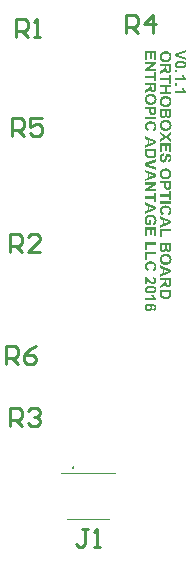
<source format=gto>
%FSDAX24Y24*%
%MOIN*%
%SFA1B1*%

%IPPOS*%
%ADD18C,0.004000*%
%ADD19C,0.010000*%
%LNpeggy-optical-board-1*%
%LPD*%
G36*
X016530Y024574D02*
D01*
X016528Y024573*
X016526*
X016524Y024572*
X016521*
X016517Y024570*
X016509Y024568*
X016500Y024564*
X016491Y024559*
X016482Y024554*
X016478Y024550*
X016475Y024547*
Y024546*
X016474*
X016473Y024544*
X016472Y024543*
X016471Y024541*
X016469Y024538*
X016468Y024535*
X016466Y024532*
X016463Y024524*
X016460Y024514*
X016458Y024503*
X016457Y024491*
Y024490*
Y024489*
Y024487*
X016458Y024485*
Y024481*
Y024478*
X016459Y024470*
X016461Y024461*
X016464Y024451*
X016468Y024442*
X016470Y024438*
X016473Y024435*
Y024434*
X016474*
X016476Y024432*
X016479Y024428*
X016483Y024425*
X016489Y024422*
X016495Y024419*
X016502Y024417*
X016506Y024416*
X016512*
X016514*
X016517Y024417*
X016521Y024418*
X016525Y024419*
X016529Y024421*
X016532Y024424*
X016533*
X016534Y024426*
X016536Y024428*
X016538Y024430*
X016541Y024434*
X016544Y024439*
X016546Y024444*
X016549Y024451*
Y024452*
Y024453*
X016550Y024454*
Y024456*
X016551Y024458*
X016552Y024461*
X016553Y024464*
X016554Y024468*
X016555Y024472*
X016556Y024477*
X016558Y024483*
X016559Y024489*
X016561Y024496*
X016563Y024504*
X016565Y024513*
X016566Y024515*
X016567Y024518*
X016568Y024522*
X016569Y024528*
X016571Y024533*
X016573Y024540*
X016575Y024546*
X016581Y024560*
X016587Y024575*
X016591Y024581*
X016595Y024588*
X016598Y024594*
X016603Y024599*
X016604Y024600*
X016606Y024602*
X016608Y024604*
X016611Y024607*
X016615Y024610*
X016619Y024613*
X016624Y024616*
X016629Y024619*
X016635Y024622*
X016641Y024625*
X016648Y024628*
X016655Y024630*
X016663Y024632*
X016671Y024633*
X016679*
X016682*
X016684*
X016686*
X016689*
X016696Y024631*
X016705Y024629*
X016714Y024627*
X016723Y024622*
X016733Y024617*
X016734Y024616*
X016735Y024615*
X016737Y024614*
X016742Y024610*
X016747Y024605*
X016753Y024598*
X016760Y024590*
X016766Y024581*
X016771Y024570*
Y024569*
X016772Y024567*
X016773Y024565*
X016774Y024561*
X016775Y024558*
X016776Y024554*
X016778Y024549*
X016779Y024544*
X016780Y024538*
X016781Y024532*
X016783Y024526*
Y024518*
X016784Y024511*
X016785Y024495*
Y024494*
Y024492*
Y024488*
X016784Y024484*
Y024478*
X016783Y024471*
X016782Y024463*
X016780Y024455*
X016779Y024447*
X016777Y024438*
X016774Y024429*
X016771Y024420*
X016768Y024412*
X016763Y024403*
X016759Y024395*
X016753Y024388*
X016752Y024387*
X016750Y024385*
X016747Y024383*
X016744Y024380*
X016740Y024377*
X016736Y024374*
X016731Y024370*
X016725Y024367*
X016719Y024363*
X016712Y024360*
X016705Y024357*
X016697Y024354*
X016688Y024352*
X016679Y024351*
X016670Y024350*
X016667Y024426*
X016668Y024427*
X016670*
X016671*
X016674Y024428*
X016677Y024429*
X016683Y024431*
X016689Y024434*
X016696Y024437*
X016703Y024442*
X016708Y024448*
X016709Y024449*
X016710Y024451*
X016712Y024454*
X016715Y024460*
X016717Y024467*
X016719Y024475*
X016721Y024485*
Y024496*
Y024497*
Y024498*
Y024499*
Y024501*
Y024504*
Y024508*
X016720Y024515*
X016718Y024524*
X016716Y024533*
X016712Y024541*
X016708Y024549*
X016707*
X016706Y024550*
X016704Y024552*
X016701Y024554*
X016698Y024557*
X016694Y024558*
X016689Y024560*
X016684*
X016682*
X016679*
X016676Y024559*
X016673Y024558*
X016669Y024556*
X016665Y024553*
X016661Y024549*
X016660Y024548*
X016659Y024546*
X016658Y024544*
X016657Y024542*
X016655Y024539*
X016653Y024535*
X016652Y024531*
X016650Y024526*
X016648Y024520*
X016646Y024514*
X016643Y024506*
X016641Y024498*
X016638Y024489*
X016636Y024479*
Y024478*
X016635Y024477*
Y024474*
X016634Y024470*
X016632Y024465*
X016631Y024460*
X016629Y024454*
X016628Y024448*
X016623Y024435*
X016619Y024421*
X016616Y024415*
X016614Y024408*
X016611Y024402*
X016609Y024397*
Y024396*
X016608*
X016607Y024394*
X016606Y024392*
X016603Y024387*
X016599Y024381*
X016593Y024375*
X016587Y024368*
X016579Y024361*
X016570Y024355*
X016569Y024354*
X016568Y024353*
X016566Y024352*
X016563Y024351*
X016560Y024350*
X016557Y024349*
X016553Y024347*
X016549Y024346*
X016545Y024344*
X016534Y024342*
X016523Y024340*
X016510Y024339*
X016507*
X016505Y024340*
X016502*
X016498*
X016494Y024341*
X016490Y024342*
X016481Y024344*
X016471Y024347*
X016460Y024352*
X016454Y024355*
X016449Y024358*
X016448*
Y024359*
X016446Y024360*
X016444Y024361*
X016442Y024363*
X016439Y024365*
X016433Y024371*
X016426Y024378*
X016419Y024387*
X016412Y024397*
X016407Y024409*
Y024410*
X016406Y024411*
X016405Y024412*
Y024415*
X016403Y024418*
X016402Y024422*
X016401Y024427*
X016400Y024432*
X016398Y024437*
X016397Y024444*
X016396Y024451*
X016395Y024458*
X016394Y024465*
X016393Y024474*
Y024483*
Y024492*
Y024495*
Y024499*
Y024504*
X016394Y024509*
X016395Y024516*
X016396Y024524*
X016397Y024532*
X016399Y024541*
X016401Y024550*
X016404Y024559*
X016407Y024568*
X016411Y024577*
X016415Y024586*
X016420Y024594*
X016426Y024602*
X016427Y024604*
X016430Y024606*
X016432Y024608*
X016436Y024611*
X016440Y024615*
X016445Y024618*
X016450Y024622*
X016457Y024626*
X016464Y024630*
X016472Y024634*
X016481Y024638*
X016490Y024641*
X016500Y024644*
X016511Y024646*
X016523Y024648*
X016530Y024574*
G37*
G36*
X016778Y024700D02*
X016714D01*
Y024904*
X016631*
Y024714*
X016567*
Y024904*
X016464*
Y024693*
X016400*
Y024980*
X016778*
Y024700*
G37*
G36*
X016597Y025240D02*
X016778Y025359D01*
Y025270*
X016665Y025195*
X016778Y025120*
Y025031*
X016597Y025150*
X016400Y025020*
Y025112*
X016528Y025196*
X016400Y025280*
Y025371*
X016597Y025240*
G37*
G36*
X016596Y024144D02*
X016601D01*
X016607Y024143*
X016613Y024142*
X016620*
X016628Y024141*
X016635Y024140*
X016652Y024137*
X016668Y024132*
X016676Y024130*
X016683Y024127*
X016684*
X016685Y024126*
X016686Y024125*
X016688Y024124*
X016691Y024123*
X016694Y024121*
X016701Y024118*
X016709Y024113*
X016718Y024107*
X016726Y024100*
X016735Y024092*
X016736Y024091*
X016737Y024089*
X016739Y024088*
X016741Y024086*
X016743Y024083*
X016748Y024077*
X016754Y024070*
X016760Y024062*
X016765Y024053*
X016769Y024043*
Y024042*
X016770Y024041*
X016771Y024039*
X016772Y024037*
X016773Y024033*
X016774Y024029*
X016776Y024025*
X016777Y024019*
X016778Y024014*
X016780Y024007*
X016781Y024000*
X016782Y023993*
X016784Y023978*
X016785Y023961*
Y023960*
Y023959*
Y023957*
X016784Y023953*
Y023947*
X016783Y023940*
X016782Y023932*
X016780Y023923*
X016778Y023913*
X016775Y023902*
X016772Y023892*
X016768Y023881*
X016762Y023869*
X016757Y023858*
X016750Y023847*
X016742Y023837*
X016733Y023827*
X016732*
X016730Y023825*
X016727Y023823*
X016723Y023820*
X016718Y023816*
X016711Y023811*
X016704Y023807*
X016695Y023802*
X016685Y023797*
X016674Y023793*
X016662Y023788*
X016650Y023785*
X016636Y023781*
X016621Y023779*
X016605Y023777*
X016588*
X016582*
X016580*
X016573Y023778*
X016565Y023779*
X016557*
X016546Y023781*
X016536Y023783*
X016525Y023786*
X016513Y023789*
X016501Y023793*
X016489Y023798*
X016477Y023804*
X016466Y023811*
X016455Y023818*
X016445Y023827*
X016444*
X016443Y023829*
X016440Y023832*
X016436Y023836*
X016433Y023841*
X016428Y023847*
X016424Y023854*
X016419Y023862*
X016414Y023871*
X016409Y023881*
X016405Y023892*
X016401Y023904*
X016398Y023917*
X016395Y023930*
X016393Y023945*
Y023960*
Y023961*
Y023962*
Y023964*
Y023968*
X016394Y023974*
X016395Y023981*
X016396Y023990*
X016397Y023999*
X016400Y024009*
X016402Y024019*
X016406Y024030*
X016410Y024041*
X016415Y024053*
X016421Y024064*
X016427Y024074*
X016435Y024084*
X016444Y024094*
X016445Y024095*
X016447Y024096*
X016450Y024099*
X016454Y024102*
X016459Y024106*
X016466Y024110*
X016473Y024114*
X016482Y024119*
X016491Y024124*
X016502Y024128*
X016513Y024132*
X016526Y024136*
X016539Y024139*
X016554Y024142*
X016570Y024144*
X016586*
X016592*
X016596*
G37*
G36*
X016778Y022968D02*
X016400D01*
Y023044*
X016778*
Y022968*
G37*
G36*
Y023091D02*
X016714D01*
Y023203*
X016400*
Y023279*
X016714*
Y023391*
X016778*
Y023091*
G37*
G36*
Y023595D02*
Y023594D01*
Y023592*
Y023588*
Y023583*
Y023578*
Y023571*
Y023565*
Y023557*
X016777Y023542*
X016776Y023534*
Y023527*
Y023520*
X016775Y023514*
X016774Y023508*
X016773Y023504*
X016772Y023502*
Y023501*
X016771Y023499*
X016770Y023496*
X016769Y023492*
X016765Y023485*
X016760Y023476*
X016753Y023467*
X016749Y023463*
X016745Y023458*
X016741Y023453*
X016735Y023449*
X016734*
X016733Y023447*
X016730Y023446*
X016728Y023444*
X016724Y023442*
X016720Y023440*
X016716Y023438*
X016710Y023436*
X016705Y023434*
X016699Y023432*
X016692Y023431*
X016685Y023429*
X016678Y023428*
X016670*
X016662Y023427*
X016656*
X016653Y023428*
X016649*
X016646*
X016641Y023429*
X016632Y023431*
X016622Y023433*
X016612Y023436*
X016603Y023440*
X016602*
X016601Y023441*
X016599Y023442*
X016595Y023445*
X016589Y023449*
X016584Y023453*
X016578Y023459*
X016571Y023465*
X016566Y023472*
Y023473*
X016565*
X016564Y023476*
X016561Y023479*
X016558Y023485*
X016555Y023490*
X016553Y023497*
X016550Y023504*
X016548Y023512*
Y023513*
Y023515*
X016547Y023517*
Y023519*
X016546Y023523*
Y023527*
Y023532*
X016545Y023537*
X016544Y023543*
Y023550*
Y023557*
X016543Y023565*
Y023573*
Y023582*
Y023591*
Y023641*
X016400*
Y023717*
X016778*
Y023595*
G37*
G36*
X016596Y025759D02*
X016601D01*
X016607*
X016613Y025758*
X016620*
X016628Y025756*
X016635*
X016652Y025752*
X016668Y025748*
X016676Y025745*
X016683Y025743*
X016684*
X016685Y025742*
X016686Y025741*
X016688Y025740*
X016691Y025739*
X016694Y025737*
X016701Y025733*
X016709Y025729*
X016718Y025722*
X016726Y025715*
X016735Y025708*
X016736Y025707*
Y025706*
X016737Y025705*
X016739Y025704*
X016741Y025702*
X016743Y025699*
X016748Y025693*
X016754Y025686*
X016760Y025677*
X016765Y025668*
X016769Y025658*
X016770Y025657*
X016771Y025655*
X016772Y025652*
X016773Y025649*
X016774Y025645*
X016776Y025640*
X016777Y025635*
X016778Y025629*
X016780Y025623*
X016781Y025616*
X016782Y025609*
X016784Y025594*
X016785Y025577*
Y025576*
Y025575*
Y025573*
X016784Y025569*
Y025563*
X016783Y025556*
X016782Y025548*
X016780Y025539*
X016778Y025529*
X016775Y025518*
X016772Y025508*
X016768Y025497*
X016762Y025485*
X016757Y025474*
X016750Y025463*
X016742Y025453*
X016733Y025443*
X016732*
X016730Y025441*
X016727Y025439*
X016723Y025435*
X016718Y025431*
X016711Y025427*
X016704Y025423*
X016695Y025418*
X016685Y025413*
X016674Y025409*
X016662Y025404*
X016650Y025401*
X016636Y025397*
X016621Y025395*
X016605Y025393*
X016588*
X016582*
X016580*
X016573Y025394*
X016565*
X016557Y025395*
X016546Y025397*
X016536Y025399*
X016525Y025402*
X016513Y025405*
X016501Y025409*
X016489Y025414*
X016477Y025419*
X016466Y025426*
X016455Y025434*
X016445Y025443*
X016444*
X016443Y025445*
X016440Y025448*
X016436Y025452*
X016433Y025457*
X016428Y025463*
X016424Y025470*
X016419Y025478*
X016414Y025487*
X016409Y025497*
X016405Y025508*
X016401Y025520*
X016398Y025533*
X016395Y025546*
X016393Y025561*
Y025576*
Y025577*
Y025578*
Y025580*
Y025584*
X016394Y025590*
X016395Y025597*
X016396Y025606*
X016397Y025615*
X016400Y025624*
X016402Y025635*
X016406Y025646*
X016410Y025657*
X016415Y025668*
X016421Y025679*
X016427Y025690*
X016435Y025700*
X016444Y025710*
X016445Y025711*
X016447Y025712*
X016450Y025715*
X016454Y025718*
X016459Y025722*
X016466Y025726*
X016473Y025730*
X016482Y025735*
X016491Y025740*
X016502Y025744*
X016513Y025748*
X016526Y025752*
X016539Y025755*
X016554Y025758*
X016570Y025759*
X016586Y025760*
X016592*
X016596Y025759*
G37*
G36*
X016778Y027462D02*
D01*
Y027460*
Y027457*
Y027453*
Y027448*
Y027442*
Y027435*
X016777Y027429*
X016776Y027414*
X016774Y027400*
X016773Y027393*
X016771Y027386*
X016770Y027380*
X016768Y027374*
Y027373*
X016767Y027372*
X016766Y027370*
X016765Y027367*
X016764Y027365*
X016760Y027358*
X016755Y027351*
X016748Y027344*
X016741Y027337*
X016732Y027330*
X016731*
X016730*
X016729Y027329*
X016727Y027328*
X016725Y027326*
X016722Y027325*
X016718Y027323*
X016714Y027322*
X016706Y027319*
X016696Y027316*
X016685Y027314*
X016672*
X016668*
X016665*
X016662*
X016657Y027315*
X016653Y027316*
X016648Y027317*
X016636Y027320*
X016630Y027322*
X016625Y027324*
X016619Y027327*
X016613Y027330*
X016607Y027334*
X016602Y027339*
X016601*
X016600Y027340*
X016599Y027341*
X016597Y027343*
X016595Y027346*
X016593Y027349*
X016590Y027353*
X016587Y027358*
X016584Y027362*
X016581Y027368*
X016578Y027374*
X016575Y027381*
X016573Y027388*
X016570Y027396*
X016568Y027405*
X016566Y027414*
Y027413*
Y027412*
X016565Y027411*
X016564Y027410*
X016561Y027405*
X016557Y027399*
X016553Y027393*
X016547Y027386*
X016541Y027379*
X016535Y027373*
X016534Y027372*
X016533Y027371*
X016532Y027370*
X016530Y027368*
X016527Y027366*
X016524Y027364*
X016521Y027361*
X016517Y027358*
X016512Y027355*
X016507Y027351*
X016502Y027348*
X016496Y027344*
X016489Y027339*
X016482Y027334*
X016473Y027329*
X016400Y027283*
Y027374*
X016482Y027430*
X016483*
X016484Y027431*
X016487Y027433*
X016489Y027435*
X016493Y027437*
X016497Y027440*
X016506Y027446*
X016515Y027453*
X016524Y027459*
X016528Y027462*
X016532Y027465*
X016535Y027468*
X016538Y027470*
Y027471*
X016540Y027472*
X016541Y027474*
X016544Y027477*
X016547Y027481*
X016549Y027485*
X016552Y027489*
X016553Y027493*
X016554Y027494*
Y027496*
X016555Y027499*
X016556Y027503*
X016557Y027508*
Y027515*
X016558Y027522*
Y027532*
Y027547*
X016400*
Y027623*
X016778*
Y027462*
G37*
G36*
X016596Y028050D02*
X016601D01*
X016607Y028049*
X016613Y028048*
X016620*
X016628Y028047*
X016635Y028046*
X016652Y028043*
X016668Y028039*
X016676Y028036*
X016683Y028033*
X016684*
X016685Y028032*
X016686*
X016688Y028030*
X016691Y028029*
X016694Y028027*
X016701Y028024*
X016709Y028019*
X016718Y028013*
X016726Y028006*
X016735Y027998*
X016736*
Y027997*
X016737Y027995*
X016739Y027994*
X016741Y027992*
X016743Y027989*
X016748Y027983*
X016754Y027976*
X016760Y027968*
X016765Y027959*
X016769Y027949*
Y027948*
X016770Y027947*
X016771Y027945*
X016772Y027943*
X016773Y027939*
X016774Y027935*
X016776Y027931*
X016777Y027925*
X016778Y027920*
X016780Y027913*
X016781Y027906*
X016782Y027900*
X016784Y027884*
X016785Y027867*
Y027866*
Y027865*
Y027863*
X016784Y027859*
Y027853*
X016783Y027846*
X016782Y027838*
X016780Y027829*
X016778Y027819*
X016775Y027809*
X016772Y027798*
X016768Y027787*
X016762Y027775*
X016757Y027764*
X016750Y027754*
X016742Y027743*
X016733Y027733*
X016732*
X016730Y027731*
X016727Y027729*
X016723Y027726*
X016718Y027722*
X016711Y027717*
X016704Y027713*
X016695Y027708*
X016685Y027704*
X016674Y027699*
X016662Y027695*
X016650Y027691*
X016636Y027688*
X016621Y027685*
X016605Y027683*
X016588*
X016582*
X016580*
X016573Y027684*
X016565Y027685*
X016557Y027686*
X016546Y027687*
X016536Y027689*
X016525Y027692*
X016513Y027695*
X016501Y027699*
X016489Y027704*
X016477Y027710*
X016466Y027717*
X016455Y027724*
X016445Y027733*
X016444*
X016443Y027736*
X016440Y027738*
X016436Y027742*
X016433Y027747*
X016428Y027753*
X016424Y027760*
X016419Y027768*
X016414Y027777*
X016409Y027787*
X016405Y027798*
X016401Y027810*
X016398Y027823*
X016395Y027836*
X016393Y027851*
Y027866*
Y027867*
Y027868*
Y027870*
Y027875*
X016394Y027880*
X016395Y027887*
X016396Y027896*
X016397Y027905*
X016400Y027915*
X016402Y027925*
X016406Y027936*
X016410Y027947*
X016415Y027959*
X016421Y027970*
X016427Y027980*
X016435Y027991*
X016444Y028000*
X016445Y028001*
X016447Y028002*
X016450Y028005*
X016454Y028008*
X016459Y028012*
X016466Y028016*
X016473Y028020*
X016482Y028025*
X016491Y028030*
X016502Y028034*
X016513Y028039*
X016526Y028042*
X016539Y028045*
X016554Y028048*
X016570Y028050*
X016586*
X016592*
X016596*
G37*
G36*
X016093Y019638D02*
X016100D01*
X016109Y019637*
X016119Y019636*
X016130Y019635*
X016141Y019633*
X016153Y019631*
X016166Y019629*
X016178Y019626*
X016191Y019622*
X016203Y019618*
X016214Y019613*
X016224Y019606*
X016233Y019600*
X016234Y019599*
X016235Y019598*
X016237Y019596*
X016241Y019593*
X016244Y019589*
X016248Y019584*
X016252Y019579*
X016257Y019573*
X016261Y019566*
X016265Y019558*
X016269Y019550*
X016272Y019541*
X016276Y019532*
X016278Y019522*
X016279Y019511*
X016280Y019500*
Y019499*
Y019498*
Y019496*
X016279Y019492*
Y019489*
X016278Y019485*
Y019480*
X016277Y019475*
X016274Y019463*
X016272Y019458*
X016269Y019451*
X016267Y019446*
X016263Y019440*
X016260Y019434*
X016255Y019429*
Y019428*
X016254Y019427*
X016253Y019426*
X016251Y019424*
X016248Y019422*
X016245Y019419*
X016242Y019416*
X016237Y019413*
X016233Y019410*
X016227Y019407*
X016221Y019404*
X016215Y019401*
X016208Y019399*
X016201Y019396*
X016193Y019394*
X016185Y019392*
X016177Y019463*
X016178*
X016181*
X016185Y019464*
X016189Y019465*
X016194Y019467*
X016199Y019470*
X016205Y019473*
X016209Y019476*
Y019477*
X016210Y019479*
X016212Y019481*
X016214Y019484*
X016216Y019488*
X016218Y019493*
X016219Y019498*
Y019504*
Y019505*
Y019506*
Y019508*
X016218Y019513*
X016217Y019518*
X016214Y019524*
X016211Y019531*
X016208Y019534*
X016205Y019537*
X016202Y019540*
X016198Y019543*
Y019544*
X016196Y019545*
X016194Y019546*
X016192Y019547*
X016189Y019549*
X016185Y019550*
X016180Y019552*
X016175Y019553*
X016169Y019555*
X016162Y019557*
X016153Y019558*
X016145Y019560*
X016135Y019561*
X016124Y019563*
X016112*
X016113*
X016114Y019562*
X016115Y019561*
X016117Y019558*
X016120Y019556*
X016123Y019553*
X016126Y019549*
X016129Y019545*
X016132Y019540*
X016135Y019535*
X016137Y019529*
X016140Y019523*
X016142Y019517*
X016144Y019510*
Y019503*
X016145Y019496*
Y019495*
Y019494*
X016144Y019491*
Y019488*
Y019484*
X016143Y019480*
X016142Y019474*
X016140Y019469*
X016139Y019463*
X016136Y019457*
X016133Y019450*
X016130Y019444*
X016126Y019437*
X016121Y019431*
X016116Y019424*
X016110Y019418*
Y019417*
X016108*
X016106Y019415*
X016104Y019413*
X016100Y019410*
X016096Y019408*
X016091Y019405*
X016086Y019401*
X016080Y019399*
X016073Y019396*
X016066Y019393*
X016058Y019390*
X016049Y019388*
X016041Y019387*
X016031Y019386*
X016021Y019385*
X016018*
X016015Y019386*
X016012*
X016007Y019387*
X016001*
X015994Y019388*
X015987Y019390*
X015980Y019392*
X015973Y019394*
X015965Y019397*
X015957Y019400*
X015950Y019404*
X015942Y019408*
X015935Y019414*
X015928Y019420*
X015927*
X015926Y019422*
X015925Y019423*
X015923Y019426*
X015920Y019429*
X015917Y019433*
X015914Y019438*
X015911Y019444*
X015907Y019449*
X015904Y019456*
X015901Y019463*
X015898Y019471*
X015896Y019479*
X015895Y019488*
X015893Y019497*
Y019507*
Y019508*
Y019510*
Y019513*
X015894Y019517*
Y019522*
X015895Y019527*
X015897Y019533*
X015899Y019540*
X015901Y019548*
X015904Y019556*
X015907Y019563*
X015912Y019571*
X015917Y019579*
X015923Y019587*
X015930Y019595*
X015937Y019602*
X015938*
X015939Y019603*
X015942Y019605*
X015946Y019607*
X015951Y019610*
X015957Y019613*
X015964Y019616*
X015972Y019620*
X015982Y019623*
X015993Y019627*
X016005Y019629*
X016018Y019632*
X016032Y019635*
X016048Y019636*
X016065Y019638*
X016083*
X016090*
X016093*
G37*
G36*
X016778Y026968D02*
X016714D01*
Y027080*
X016400*
Y027156*
X016714*
Y027268*
X016778*
Y026968*
G37*
G36*
Y025975D02*
Y025974D01*
Y025973*
Y025970*
Y025967*
Y025964*
Y025959*
Y025954*
Y025950*
Y025938*
X016777Y025927*
X016776Y025917*
X016775Y025912*
X016774Y025908*
Y025907*
Y025906*
Y025904*
X016773Y025900*
X016771Y025895*
X016769Y025888*
X016766Y025882*
X016763Y025875*
X016759Y025868*
X016758*
X016757Y025866*
X016754Y025862*
X016751Y025858*
X016746Y025854*
X016740Y025849*
X016734Y025844*
X016727Y025839*
X016726*
X016725Y025838*
X016724Y025837*
X016720Y025836*
X016714Y025833*
X016708Y025831*
X016700Y025829*
X016692Y025828*
X016683Y025827*
X016680*
X016678Y025828*
X016676*
X016673*
X016667Y025829*
X016659Y025831*
X016651Y025834*
X016643Y025837*
X016634Y025842*
X016633Y025843*
X016632*
X016630Y025844*
X016627Y025847*
X016622Y025852*
X016616Y025858*
X016611Y025864*
X016605Y025872*
X016601Y025881*
Y025880*
X016600Y025879*
Y025877*
X016599Y025875*
X016598Y025872*
X016596Y025869*
X016593Y025861*
X016588Y025853*
X016582Y025844*
X016575Y025835*
X016566Y025828*
Y025827*
X016565*
X016564Y025826*
X016562Y025825*
X016560Y025823*
X016557Y025822*
X016554Y025820*
X016550Y025818*
X016542Y025815*
X016532Y025812*
X016521Y025810*
X016516Y025809*
X016505*
X016503*
X016500Y025810*
X016493Y025811*
X016486Y025812*
X016477Y025814*
X016468Y025817*
X016459Y025821*
X016458Y025822*
X016457*
X016455Y025823*
X016450Y025826*
X016445Y025830*
X016439Y025834*
X016432Y025840*
X016426Y025847*
X016420Y025854*
Y025855*
X016419Y025856*
X016418Y025858*
X016417Y025860*
X016416Y025862*
X016413Y025868*
X016409Y025875*
X016407Y025884*
X016404Y025894*
X016402Y025905*
Y025906*
Y025907*
Y025909*
Y025912*
Y025915*
Y025919*
X016401Y025924*
Y025929*
Y025936*
Y025943*
X016400Y025952*
Y025961*
Y025972*
Y025984*
Y025997*
Y026126*
X016778*
Y025975*
G37*
G36*
X016596Y026552D02*
X016601D01*
X016607*
X016613Y026551*
X016620*
X016628Y026549*
X016635*
X016652Y026545*
X016668Y026541*
X016676Y026538*
X016683Y026535*
X016684*
X016685*
X016686Y026534*
X016688Y026533*
X016691Y026532*
X016694Y026530*
X016701Y026526*
X016709Y026522*
X016718Y026515*
X016726Y026508*
X016735Y026501*
X016736Y026500*
Y026499*
X016737Y026498*
X016739Y026497*
X016741Y026494*
X016743Y026492*
X016748Y026486*
X016754Y026479*
X016760Y026470*
X016765Y026461*
X016769Y026451*
X016770Y026450*
X016771Y026448*
X016772Y026445*
X016773Y026442*
X016774Y026438*
X016776Y026433*
X016777Y026428*
X016778Y026422*
X016780Y026416*
X016781Y026409*
X016782Y026402*
X016784Y026387*
X016785Y026370*
Y026369*
Y026368*
Y026366*
X016784Y026362*
Y026356*
X016783Y026349*
X016782Y026341*
X016780Y026332*
X016778Y026322*
X016775Y026311*
X016772Y026301*
X016768Y026289*
X016762Y026278*
X016757Y026267*
X016750Y026256*
X016742Y026246*
X016733Y026236*
X016732*
X016730Y026234*
X016727Y026232*
X016723Y026228*
X016718Y026224*
X016711Y026220*
X016704Y026216*
X016695Y026211*
X016685Y026206*
X016674Y026202*
X016662Y026197*
X016650Y026194*
X016636Y026190*
X016621Y026188*
X016605Y026186*
X016588*
X016582*
X016580*
X016573Y026187*
X016565*
X016557Y026188*
X016546Y026190*
X016536Y026192*
X016525Y026195*
X016513Y026198*
X016501Y026202*
X016489Y026207*
X016477Y026212*
X016466Y026219*
X016455Y026227*
X016445Y026236*
X016444*
X016443Y026238*
X016440Y026241*
X016436Y026245*
X016433Y026250*
X016428Y026256*
X016424Y026263*
X016419Y026271*
X016414Y026280*
X016409Y026290*
X016405Y026301*
X016401Y026313*
X016398Y026326*
X016395Y026339*
X016393Y026354*
Y026369*
Y026370*
Y026371*
Y026373*
Y026377*
X016394Y026383*
X016395Y026390*
X016396Y026399*
X016397Y026408*
X016400Y026417*
X016402Y026428*
X016406Y026439*
X016410Y026450*
X016415Y026461*
X016421Y026472*
X016427Y026483*
X016435Y026493*
X016444Y026503*
X016445*
X016447Y026505*
X016450Y026508*
X016454Y026511*
X016459Y026515*
X016466Y026519*
X016473Y026523*
X016482Y026528*
X016491Y026533*
X016502Y026537*
X016513Y026541*
X016526Y026545*
X016539Y026548*
X016554Y026551*
X016570Y026552*
X016586Y026553*
X016592*
X016596Y026552*
G37*
G36*
X016778Y026843D02*
X016630D01*
Y026692*
X016778*
Y026616*
X016400*
Y026692*
X016566*
Y026843*
X016400*
Y026919*
X016778*
Y026843*
G37*
G36*
X016973Y027343D02*
X016900D01*
Y027416*
X016973*
Y027343*
G37*
G36*
X017097Y027725D02*
X017104D01*
X017113Y027724*
X017123Y027723*
X017134Y027722*
X017146Y027721*
X017159Y027719*
X017171Y027716*
X017184Y027713*
X017197Y027710*
X017209Y027706*
X017221Y027701*
X017231Y027695*
X017241Y027688*
X017242Y027687*
X017244Y027685*
X017247Y027683*
X017250Y027679*
X017253Y027676*
X017257Y027671*
X017260Y027666*
X017264Y027660*
X017267Y027654*
X017271Y027647*
X017274Y027639*
X017276Y027631*
X017278Y027622*
X017279Y027613*
X017280Y027603*
Y027602*
Y027600*
X017279Y027597*
Y027594*
X017278Y027589*
Y027584*
X017276Y027578*
X017275Y027571*
X017273Y027565*
X017270Y027558*
X017267Y027550*
X017263Y027543*
X017259Y027536*
X017253Y027529*
X017247Y027523*
X017240Y027517*
Y027516*
X017238Y027515*
X017235Y027513*
X017231Y027511*
X017226Y027508*
X017220Y027505*
X017212Y027501*
X017203Y027498*
X017194Y027495*
X017182Y027491*
X017169Y027488*
X017155Y027485*
X017140Y027483*
X017123Y027481*
X017105Y027480*
X017086*
X017079*
X017076*
X017069*
X017060Y027481*
X017050Y027482*
X017039Y027483*
X017027Y027484*
X017014Y027486*
X017001Y027489*
X016988Y027492*
X016975Y027495*
X016964Y027500*
X016952Y027505*
X016941Y027510*
X016932Y027517*
X016931*
X016930Y027518*
X016928Y027520*
X016925Y027523*
X016923Y027526*
X016919Y027530*
X016916Y027534*
X016912Y027539*
X016909Y027545*
X016905Y027551*
X016902Y027558*
X016899Y027566*
X016897Y027574*
X016895Y027583*
X016893Y027593*
Y027603*
Y027605*
Y027608*
X016894Y027612*
Y027617*
X016895Y027622*
X016897Y027628*
X016898Y027635*
X016900Y027642*
X016903Y027649*
X016907Y027656*
X016911Y027663*
X016916Y027671*
X016921Y027678*
X016928Y027685*
X016935Y027692*
X016936*
X016937Y027693*
X016940Y027695*
X016943Y027697*
X016948Y027699*
X016955Y027702*
X016962Y027705*
X016970Y027708*
X016980Y027712*
X016991Y027715*
X017003Y027717*
X017017Y027720*
X017032Y027722*
X017049Y027724*
X017067Y027725*
X017087*
X017094*
X017097*
G37*
G36*
X017278Y028018D02*
X016998Y027922D01*
X017278Y027829*
Y027748*
X016900Y027883*
Y027965*
X017278Y028100*
Y028018*
G37*
G36*
X017184Y027264D02*
D01*
X017185Y027262*
Y027260*
X017187Y027257*
X017188Y027254*
X017189Y027250*
X017192Y027246*
X017196Y027237*
X017202Y027227*
X017210Y027216*
X017219Y027203*
X017220Y027202*
X017221Y027200*
X017223Y027198*
X017226Y027195*
X017229Y027192*
X017232Y027189*
X017236Y027185*
X017245Y027178*
X017255Y027170*
X017267Y027163*
X017273Y027160*
X017280Y027158*
Y027099*
X016900*
Y027171*
X017173*
X017172Y027172*
X017171Y027173*
X017169Y027175*
X017167Y027178*
X017164Y027182*
X017160Y027187*
X017156Y027192*
X017152Y027198*
X017147Y027205*
X017143Y027212*
X017138Y027219*
X017134Y027228*
X017129Y027236*
X017125Y027246*
X017121Y027255*
X017118Y027265*
X017184*
Y027264*
G37*
G36*
X013513Y014230D02*
X013512Y014228D01*
Y014225*
Y014221*
Y014214*
X013511Y014207*
Y014204*
X013510Y014200*
Y014198*
Y014195*
Y014193*
X013509Y014191*
Y014190*
X013512Y014191*
X013515Y014193*
X013521Y014196*
X013527Y014199*
X013534Y014201*
X013540Y014203*
X013542Y014204*
X013545Y014205*
X013546Y014206*
X013548*
X013549Y014207*
X013557Y014182*
X013549Y014181*
X013542Y014179*
X013535Y014177*
X013528Y014176*
X013525Y014175*
X013523Y014174*
X013521*
X013519Y014173*
X013517*
X013516*
X013515*
X013516Y014171*
X013519Y014169*
X013521Y014167*
X013523Y014164*
X013528Y014159*
X013532Y014154*
X013537Y014149*
X013539Y014146*
X013540Y014144*
X013542Y014143*
X013543Y014141*
Y014140*
X013523Y014126*
X013519Y014131*
X013516Y014137*
X013512Y014143*
X013508Y014149*
X013505Y014154*
X013504Y014156*
X013503Y014159*
X013502Y014160*
X013501Y014161*
Y014162*
X013496Y014154*
X013491Y014147*
X013487Y014141*
X013484Y014135*
X013482Y014133*
X013481Y014131*
X013480Y014130*
X013479Y014128*
X013478Y014127*
Y014126*
X013477*
X013457Y014140*
X013460Y014144*
X013463Y014149*
X013466Y014152*
X013469Y014155*
X013472Y014158*
X013474Y014161*
X013477Y014163*
X013478Y014165*
X013482Y014168*
X013484Y014171*
X013486Y014172*
Y014173*
X013478Y014174*
X013471Y014175*
X013463Y014177*
X013457Y014178*
X013454Y014179*
X013451Y014180*
X013449Y014181*
X013447*
X013445Y014182*
X013444*
X013443*
X013451Y014207*
X013459Y014204*
X013467Y014201*
X013474Y014198*
X013480Y014196*
X013483Y014194*
X013485Y014193*
X013487*
X013489Y014192*
X013490Y014191*
X013491*
X013492Y014190*
X013491Y014199*
X013490Y014208*
X013489Y014211*
Y014215*
Y014218*
Y014221*
X013488Y014224*
Y014226*
Y014228*
Y014230*
Y014231*
Y014232*
Y014233*
X013513*
Y014230*
G37*
G36*
X017184Y026824D02*
Y026823D01*
X017185Y026821*
Y026819*
X017187Y026816*
X017188Y026813*
X017189Y026810*
X017192Y026806*
X017196Y026797*
X017202Y026786*
X017210Y026775*
X017219Y026763*
Y026762*
X017220Y026761*
X017221Y026759*
X017223Y026757*
X017226Y026754*
X017229Y026752*
X017232Y026748*
X017236Y026745*
X017245Y026737*
X017255Y026729*
X017267Y026722*
X017273Y026720*
X017280Y026717*
Y026658*
X016900*
Y026731*
X017173*
X017172*
X017171Y026732*
X017169Y026735*
X017167Y026738*
X017164Y026741*
X017160Y026746*
X017156Y026751*
X017152Y026757*
X017147Y026764*
X017143Y026771*
X017138Y026779*
X017134Y026787*
X017129Y026795*
X017125Y026805*
X017121Y026814*
X017118Y026824*
X017184*
G37*
G36*
X016973Y026902D02*
X016900D01*
Y026975*
X016973*
Y026902*
G37*
G36*
X016778Y019966D02*
D01*
Y019964*
Y019962*
Y019959*
Y019955*
Y019950*
Y019945*
Y019940*
X016777Y019928*
X016775Y019916*
X016774Y019905*
X016772Y019900*
X016771Y019895*
Y019894*
Y019893*
X016770Y019891*
X016769Y019889*
X016768Y019886*
X016767Y019883*
X016763Y019875*
X016758Y019866*
X016752Y019857*
X016745Y019847*
X016736Y019838*
Y019837*
X016735Y019836*
X016734Y019835*
X016732Y019834*
X016729Y019832*
X016726Y019829*
X016723Y019827*
X016719Y019824*
X016715Y019821*
X016710Y019818*
X016700Y019812*
X016688Y019807*
X016675Y019802*
X016674*
X016673Y019801*
X016671Y019800*
X016668*
X016665Y019799*
X016660Y019798*
X016655Y019796*
X016650Y019795*
X016644Y019794*
X016637Y019793*
X016630Y019792*
X016622Y019791*
X016613Y019790*
X016605Y019789*
X016595*
X016578*
X016573*
X016569*
X016564Y019790*
X016558Y019791*
X016545Y019792*
X016532Y019794*
X016518Y019797*
X016505Y019801*
X016503Y019802*
X016501*
X016498Y019803*
X016495Y019805*
X016491Y019807*
X016486Y019809*
X016481Y019811*
X016471Y019817*
X016459Y019824*
X016448Y019832*
X016438Y019841*
Y019842*
X016437*
X016436Y019843*
X016435Y019845*
X016433Y019847*
X016431Y019849*
X016429Y019852*
X016427Y019855*
X016422Y019863*
X016417Y019872*
X016412Y019883*
X016408Y019895*
X016407Y019896*
Y019897*
Y019899*
X016406Y019902*
X016405Y019905*
Y019909*
X016404Y019913*
X016403Y019917*
X016402Y019922*
Y019928*
X016401Y019934*
Y019940*
X016400Y019947*
Y019955*
Y019962*
Y020106*
X016778*
Y019966*
G37*
G36*
X016775Y022053D02*
X016464D01*
Y021864*
X016400*
Y022130*
X016775*
Y022053*
G37*
G36*
X016778Y022405D02*
Y022324D01*
X016400Y022172*
Y022255*
X016486Y022288*
Y022440*
X016400Y022471*
Y022552*
X016778Y022405*
G37*
G36*
X016594Y022908D02*
X016601D01*
X016609Y022907*
X016618Y022906*
X016628Y022905*
X016639Y022902*
X016651Y022900*
X016663Y022897*
X016675Y022893*
X016687Y022888*
X016699Y022883*
X016711Y022876*
X016722Y022869*
X016732Y022860*
X016733*
X016735Y022858*
X016737Y022855*
X016740Y022851*
X016744Y022846*
X016749Y022841*
X016753Y022834*
X016758Y022826*
X016763Y022817*
X016768Y022807*
X016772Y022797*
X016776Y022786*
X016780Y022773*
X016783Y022760*
X016784Y022746*
X016785Y022732*
Y022731*
Y022729*
X016784Y022725*
Y022720*
X016783Y022715*
Y022708*
X016781Y022700*
X016779Y022692*
X016777Y022683*
X016774Y022674*
X016771Y022665*
X016767Y022655*
X016762Y022646*
X016757Y022636*
X016751Y022628*
X016743Y022619*
X016742Y022618*
X016741Y022617*
X016739Y022615*
X016736Y022613*
X016733Y022610*
X016730Y022608*
X016726Y022604*
X016721Y022602*
X016716Y022598*
X016710Y022595*
X016704Y022592*
X016697Y022589*
X016690Y022586*
X016682Y022583*
X016674Y022580*
X016656Y022656*
X016657*
X016659*
X016661Y022657*
X016663Y022658*
X016666Y022659*
X016673Y022662*
X016680Y022665*
X016688Y022670*
X016695Y022677*
X016702Y022684*
X016703*
Y022685*
X016704Y022686*
X016705Y022688*
X016706Y022690*
X016708Y022692*
X016711Y022698*
X016714Y022706*
X016717Y022715*
X016719Y022725*
Y022736*
Y022738*
Y022740*
Y022743*
Y022746*
X016718Y022750*
X016717Y022755*
X016716Y022760*
X016714Y022765*
X016712Y022771*
X016710Y022777*
X016707Y022782*
X016703Y022788*
X016699Y022793*
X016694Y022799*
X016689Y022804*
X016688Y022805*
X016686Y022807*
X016683Y022808*
X016680Y022810*
X016676Y022812*
X016671Y022815*
X016665Y022817*
X016659Y022819*
X016652Y022822*
X016644Y022824*
X016635Y022826*
X016625Y022827*
X016615Y022829*
X016603*
X016591Y022830*
X016584*
X016580Y022829*
X016573*
X016567*
X016559Y022828*
X016551Y022827*
X016534Y022824*
X016526Y022822*
X016518Y022819*
X016509Y022816*
X016502Y022813*
X016495Y022809*
X016489Y022804*
X016488Y022803*
X016486Y022802*
X016484Y022800*
X016482Y022797*
X016480Y022794*
X016477Y022791*
X016474Y022786*
X016471Y022782*
X016468Y022777*
X016466Y022771*
X016464Y022765*
X016461Y022759*
X016460Y022752*
X016459Y022745*
Y022737*
Y022736*
Y022734*
Y022732*
Y022729*
X016460Y022727*
X016461Y022719*
X016464Y022711*
X016467Y022702*
X016472Y022694*
X016475Y022689*
X016478Y022685*
X016479Y022684*
X016480Y022683*
X016482Y022681*
X016484Y022680*
X016486Y022678*
X016489Y022675*
X016493Y022673*
X016497Y022670*
X016501Y022668*
X016506Y022665*
X016512Y022662*
X016518Y022660*
X016524Y022657*
X016532Y022655*
X016539Y022653*
X016516Y022579*
X016515*
X016513Y022580*
X016510Y022581*
X016506Y022582*
X016501Y022584*
X016495Y022586*
X016488Y022589*
X016481Y022592*
X016474Y022596*
X016466Y022600*
X016458Y022605*
X016451Y022610*
X016443Y022616*
X016436Y022622*
X016430Y022629*
X016423Y022636*
X016422Y022638*
X016421Y022640*
X016419Y022643*
X016416Y022647*
X016414Y022652*
X016411Y022657*
X016409Y022663*
X016406Y022670*
X016403Y022678*
X016400Y022686*
X016398Y022695*
X016396Y022704*
X016395Y022715*
X016394Y022725*
X016393Y022736*
Y022737*
Y022740*
X016394Y022744*
Y022749*
X016395Y022755*
X016396Y022763*
X016398Y022771*
X016400Y022780*
X016402Y022790*
X016406Y022800*
X016410Y022810*
X016415Y022820*
X016421Y022831*
X016428Y022841*
X016436Y022851*
X016445Y022860*
Y022861*
X016447Y022862*
X016450Y022865*
X016454Y022868*
X016459Y022871*
X016466Y022875*
X016473Y022880*
X016482Y022884*
X016491Y022889*
X016502Y022893*
X016513Y022898*
X016526Y022901*
X016539Y022904*
X016554Y022907*
X016569Y022908*
X016585Y022909*
X016592*
X016594Y022908*
G37*
G36*
X016778Y021511D02*
D01*
Y021509*
Y021507*
Y021504*
Y021500*
Y021496*
Y021491*
Y021486*
Y021475*
X016777Y021464*
X016776Y021453*
X016775Y021449*
X016774Y021444*
Y021443*
Y021442*
Y021440*
X016773Y021436*
X016771Y021431*
X016769Y021425*
X016766Y021418*
X016763Y021411*
X016759Y021405*
Y021404*
X016758*
X016757Y021402*
X016754Y021399*
X016751Y021394*
X016746Y021390*
X016740Y021385*
X016734Y021380*
X016727Y021376*
X016726Y021375*
X016725Y021374*
X016724*
X016720Y021372*
X016714Y021369*
X016708Y021367*
X016700Y021365*
X016692Y021364*
X016683*
X016680*
X016678*
X016676*
X016673Y021365*
X016667*
X016659Y021367*
X016651Y021370*
X016643Y021373*
X016634Y021378*
X016633Y021379*
X016632Y021380*
X016630Y021381*
X016627Y021384*
X016622Y021388*
X016616Y021394*
X016611Y021401*
X016605Y021408*
X016601Y021417*
X016600Y021415*
Y021414*
X016599Y021411*
X016598Y021408*
X016596Y021405*
X016593Y021397*
X016588Y021389*
X016582Y021380*
X016575Y021372*
X016566Y021364*
X016565Y021363*
X016564Y021362*
X016562Y021361*
X016560Y021360*
X016557Y021358*
X016554Y021356*
X016550Y021355*
X016542Y021351*
X016532Y021348*
X016521Y021346*
X016516Y021345*
X016505*
X016503Y021346*
X016500*
X016493Y021347*
X016486Y021348*
X016477Y021351*
X016468Y021353*
X016459Y021358*
X016458*
X016457Y021359*
X016455Y021360*
X016450Y021362*
X016445Y021366*
X016439Y021371*
X016432Y021376*
X016426Y021383*
X016420Y021390*
Y021391*
X016419Y021392*
X016418Y021394*
X016417Y021396*
X016416Y021399*
X016413Y021404*
X016409Y021412*
X016407Y021421*
X016404Y021431*
X016402Y021442*
Y021444*
Y021446*
Y021448*
Y021451*
Y021456*
X016401Y021460*
Y021466*
Y021472*
Y021480*
X016400Y021488*
Y021498*
Y021508*
Y021520*
Y021533*
Y021662*
X016778*
Y021511*
G37*
G36*
Y020327D02*
Y020326D01*
Y020324*
Y020321*
Y020317*
Y020312*
Y020306*
Y020300*
X016777Y020293*
X016776Y020278*
X016774Y020264*
X016773Y020257*
X016771Y020250*
X016770Y020244*
X016768Y020239*
Y020238*
Y020237*
X016767Y020236*
X016766Y020234*
X016765Y020232*
X016764Y020229*
X016760Y020223*
X016755Y020216*
X016748Y020209*
X016741Y020201*
X016732Y020195*
X016731*
X016730Y020194*
X016729Y020193*
X016727Y020192*
X016725Y020191*
X016722Y020189*
X016718Y020188*
X016714Y020186*
X016706Y020183*
X016696Y020180*
X016685Y020179*
X016672Y020178*
X016668*
X016665*
X016662Y020179*
X016657*
X016653Y020180*
X016648Y020181*
X016636Y020184*
X016630Y020186*
X016625Y020189*
X016619Y020192*
X016613Y020195*
X016607Y020199*
X016602Y020203*
X016601*
X016600Y020204*
X016599Y020205*
X016597Y020208*
X016595Y020210*
X016593Y020214*
X016590Y020217*
X016587Y020222*
X016584Y020227*
X016581Y020232*
X016578Y020238*
X016575Y020245*
X016573Y020253*
X016570Y020260*
X016568Y020269*
X016566Y020278*
Y020277*
X016565Y020276*
X016564Y020274*
X016561Y020269*
X016557Y020264*
X016553Y020257*
X016547Y020250*
X016541Y020243*
X016535Y020237*
X016534Y020236*
X016533Y020235*
X016532Y020234*
X016530Y020233*
X016527Y020230*
X016524Y020228*
X016521Y020226*
X016517Y020223*
X016512Y020219*
X016507Y020216*
X016502Y020212*
X016496Y020208*
X016489Y020203*
X016482Y020199*
X016473Y020194*
X016400Y020147*
Y020239*
X016482Y020294*
X016483*
X016484Y020295*
X016487Y020297*
X016489Y020299*
X016493Y020301*
X016497Y020304*
X016506Y020310*
X016515Y020317*
X016524Y020324*
X016528Y020327*
X016532Y020330*
X016535Y020332*
X016538Y020335*
X016540Y020336*
X016541Y020339*
X016544Y020342*
X016547Y020345*
X016549Y020349*
X016552Y020353*
X016553Y020358*
X016554*
Y020360*
X016555Y020363*
X016556Y020367*
X016557Y020372*
Y020379*
X016558Y020387*
Y020396*
Y020411*
X016400*
Y020488*
X016778*
Y020327*
G37*
G36*
Y020761D02*
Y020679D01*
X016400Y020528*
Y020611*
X016486Y020644*
Y020795*
X016400Y020827*
Y020908*
X016778Y020761*
G37*
G36*
X016596Y021296D02*
X016601D01*
X016607Y021295*
X016613Y021294*
X016620*
X016628Y021293*
X016635Y021292*
X016652Y021289*
X016668Y021285*
X016676Y021282*
X016683Y021279*
X016684*
X016685Y021278*
X016686*
X016688Y021276*
X016691Y021275*
X016694Y021274*
X016701Y021270*
X016709Y021265*
X016718Y021259*
X016726Y021252*
X016735Y021244*
X016736*
Y021243*
X016737Y021242*
X016739Y021240*
X016741Y021238*
X016743Y021235*
X016748Y021229*
X016754Y021222*
X016760Y021214*
X016765Y021205*
X016769Y021195*
Y021194*
X016770Y021193*
X016771Y021191*
X016772Y021189*
X016773Y021185*
X016774Y021181*
X016776Y021177*
X016777Y021171*
X016778Y021166*
X016780Y021160*
X016781Y021153*
X016782Y021146*
X016784Y021130*
X016785Y021113*
Y021112*
Y021111*
Y021110*
X016784Y021105*
Y021099*
X016783Y021092*
X016782Y021084*
X016780Y021075*
X016778Y021065*
X016775Y021055*
X016772Y021044*
X016768Y021033*
X016762Y021021*
X016757Y021010*
X016750Y021000*
X016742Y020989*
X016733Y020980*
X016732Y020979*
X016730Y020977*
X016727Y020975*
X016723Y020972*
X016718Y020968*
X016711Y020964*
X016704Y020959*
X016695Y020954*
X016685Y020950*
X016674Y020945*
X016662Y020941*
X016650Y020937*
X016636Y020934*
X016621Y020931*
X016605Y020930*
X016588Y020929*
X016582*
X016580Y020930*
X016573*
X016565Y020931*
X016557Y020932*
X016546Y020933*
X016536Y020935*
X016525Y020938*
X016513Y020941*
X016501Y020946*
X016489Y020950*
X016477Y020956*
X016466Y020963*
X016455Y020970*
X016445Y020979*
X016444Y020980*
X016443Y020982*
X016440Y020984*
X016436Y020988*
X016433Y020993*
X016428Y020999*
X016424Y021006*
X016419Y021014*
X016414Y021023*
X016409Y021033*
X016405Y021044*
X016401Y021056*
X016398Y021069*
X016395Y021082*
X016393Y021097*
Y021112*
Y021113*
Y021114*
Y021116*
Y021121*
X016394Y021126*
X016395Y021133*
X016396Y021142*
X016397Y021151*
X016400Y021161*
X016402Y021171*
X016406Y021182*
X016410Y021194*
X016415Y021205*
X016421Y021216*
X016427Y021226*
X016435Y021237*
X016444Y021246*
X016445Y021247*
X016447Y021249*
X016450Y021251*
X016454Y021254*
X016459Y021258*
X016466Y021262*
X016473Y021267*
X016482Y021271*
X016491Y021276*
X016502Y021280*
X016513Y021285*
X016526Y021288*
X016539Y021292*
X016554Y021294*
X016570Y021296*
X016586*
X016592*
X016596*
G37*
G36*
X016184Y019912D02*
D01*
X016185Y019910*
Y019908*
X016187Y019905*
X016188Y019902*
X016189Y019898*
X016192Y019894*
X016196Y019885*
X016202Y019875*
X016210Y019864*
X016219Y019851*
X016220Y019850*
X016221Y019848*
X016223Y019846*
X016226Y019843*
X016229Y019840*
X016232Y019837*
X016236Y019833*
X016245Y019825*
X016255Y019818*
X016267Y019811*
X016273Y019808*
X016280Y019806*
Y019747*
X015900*
Y019819*
X016173*
X016172Y019820*
X016171Y019821*
X016169Y019823*
X016166Y019826*
X016164Y019830*
X016160Y019835*
X016156Y019840*
X016152Y019846*
X016147Y019852*
X016143Y019859*
X016138Y019867*
X016134Y019875*
X016129Y019884*
X016125Y019893*
X016121Y019903*
X016118Y019913*
X016184*
Y019912*
G37*
G36*
X016278Y024365D02*
X015998Y024269D01*
X016278Y024176*
Y024095*
X015900Y024230*
Y024312*
X016278Y024447*
Y024365*
G37*
G36*
Y024651D02*
D01*
Y024649*
Y024647*
Y024643*
Y024639*
Y024635*
Y024630*
Y024624*
X016277Y024613*
X016275Y024601*
X016274Y024590*
X016272Y024584*
X016271Y024579*
Y024578*
X016270Y024576*
X016269Y024574*
X016268Y024571*
X016267Y024567*
X016263Y024560*
X016258Y024551*
X016252Y024541*
X016245Y024532*
X016236Y024522*
X016235Y024521*
X016234Y024520*
X016232Y024518*
X016229Y024517*
X016226Y024514*
X016223Y024512*
X016219Y024509*
X016215Y024506*
X016210Y024503*
X016200Y024497*
X016188Y024491*
X016175Y024486*
X016174*
X016173*
X016171Y024485*
X016168Y024484*
X016165Y024483*
X016160Y024482*
X016155Y024481*
X016150Y024480*
X016144Y024479*
X016137Y024478*
X016130Y024476*
X016122*
X016113Y024475*
X016105Y024474*
X016095*
X016078*
X016073*
X016069*
X016064*
X016058Y024475*
X016045Y024476*
X016032Y024478*
X016018Y024481*
X016005Y024485*
X016003Y024486*
X016001Y024487*
X015998Y024488*
X015995Y024490*
X015991Y024491*
X015986Y024493*
X015981Y024496*
X015971Y024501*
X015959Y024508*
X015948Y024517*
X015938Y024526*
X015937Y024527*
X015936Y024528*
X015935Y024530*
X015933Y024532*
X015931Y024534*
X015929Y024537*
X015927Y024540*
X015922Y024548*
X015917Y024557*
X015912Y024567*
X015908Y024579*
Y024580*
X015907Y024581*
Y024582*
Y024584*
X015906Y024586*
X015905Y024590*
Y024593*
X015904Y024597*
X015903Y024602*
X015902Y024607*
Y024613*
X015901Y024619*
Y024625*
X015900Y024632*
Y024639*
Y024647*
Y024790*
X016278*
Y024651*
G37*
G36*
Y025064D02*
Y024982D01*
X015900Y024831*
Y024914*
X015986Y024947*
Y025098*
X015900Y025130*
Y025211*
X016278Y025064*
G37*
G36*
Y023948D02*
Y023866D01*
X015900Y023715*
Y023798*
X015986Y023831*
Y023982*
X015900Y024014*
Y024095*
X016278Y023948*
G37*
G36*
Y022861D02*
Y022780D01*
X015900Y022629*
Y022712*
X015986Y022745*
Y022896*
X015900Y022928*
Y023009*
X016278Y022861*
G37*
G36*
Y023019D02*
X016214D01*
Y023131*
X015900*
Y023207*
X016214*
Y023319*
X016278*
Y023019*
G37*
G36*
Y023600D02*
X016024Y023444D01*
X016278*
Y023374*
X015900*
Y023450*
X016148Y023603*
X015900*
Y023674*
X016278*
Y023600*
G37*
G36*
X016094Y025714D02*
X016101Y025713D01*
X016109*
X016118Y025712*
X016128Y025710*
X016139Y025708*
X016151Y025706*
X016163Y025702*
X016175Y025699*
X016187Y025694*
X016199Y025688*
X016211Y025682*
X016222Y025674*
X016232Y025666*
X016233Y025665*
X016235Y025663*
X016237Y025661*
X016240Y025657*
X016244Y025652*
X016249Y025646*
X016253Y025639*
X016258Y025631*
X016263Y025623*
X016268Y025613*
X016272Y025603*
X016276Y025591*
X016280Y025579*
X016283Y025566*
X016284Y025552*
X016285Y025538*
Y025537*
Y025534*
X016284Y025531*
Y025526*
X016283Y025520*
Y025513*
X016281Y025506*
X016279Y025497*
X016277Y025489*
X016274Y025480*
X016271Y025470*
X016267Y025461*
X016262Y025451*
X016257Y025442*
X016251Y025433*
X016243Y025425*
Y025424*
X016242*
X016241Y025422*
X016239Y025421*
X016236Y025418*
X016233Y025416*
X016230Y025413*
X016226Y025410*
X016221Y025407*
X016216Y025404*
X016210Y025401*
X016204Y025397*
X016197Y025394*
X016190Y025391*
X016182Y025388*
X016174Y025386*
X016156Y025461*
X016157Y025462*
X016159*
X016161*
X016163Y025463*
X016166Y025465*
X016173Y025467*
X016180Y025471*
X016188Y025476*
X016195Y025482*
X016202Y025490*
X016203*
X016204Y025492*
X016205Y025493*
X016206Y025495*
X016207Y025498*
X016211Y025504*
X016214Y025512*
X016217Y025520*
X016219Y025530*
Y025541*
Y025542*
Y025543*
Y025545*
Y025548*
Y025552*
X016218Y025556*
X016217Y025560*
X016216Y025565*
X016214Y025571*
X016212Y025576*
X016210Y025582*
X016207Y025588*
X016203Y025594*
X016199Y025599*
X016194Y025605*
X016189Y025610*
X016188Y025611*
X016186Y025612*
X016183Y025614*
X016180Y025616*
X016176Y025618*
X016171Y025620*
X016165Y025622*
X016159Y025625*
X016152Y025627*
X016144Y025629*
X016135Y025631*
X016125Y025633*
X016115Y025634*
X016103Y025635*
X016091Y025636*
X016084*
X016080Y025635*
X016073*
X016067Y025634*
X016059Y025633*
X016051Y025632*
X016034Y025629*
X016026Y025627*
X016018Y025625*
X016009Y025622*
X016002Y025618*
X015995Y025615*
X015989Y025610*
X015988Y025609*
X015986Y025607*
X015984Y025606*
X015982Y025603*
X015980Y025600*
X015977Y025596*
X015974Y025592*
X015971Y025588*
X015968Y025582*
X015966Y025577*
X015964Y025571*
X015962Y025565*
X015960Y025558*
X015959Y025550*
Y025543*
Y025542*
Y025540*
Y025538*
Y025535*
X015960Y025532*
X015961Y025525*
X015964Y025517*
X015967Y025508*
X015972Y025499*
X015975Y025495*
X015978Y025491*
Y025490*
X015979*
X015980Y025489*
X015982Y025487*
X015984Y025485*
X015986Y025483*
X015989Y025481*
X015993Y025478*
X015997Y025476*
X016001Y025473*
X016006Y025471*
X016012Y025468*
X016018Y025465*
X016024Y025463*
X016032Y025461*
X016039Y025459*
X016016Y025385*
X016015*
X016013*
X016010Y025386*
X016006Y025388*
X016001Y025390*
X015995Y025392*
X015988Y025395*
X015981Y025398*
X015974Y025402*
X015966Y025406*
X015958Y025411*
X015951Y025416*
X015943Y025421*
X015936Y025428*
X015930Y025434*
X015923Y025442*
X015922Y025443*
X015920Y025446*
X015919Y025449*
X015916Y025453*
X015914Y025457*
X015911Y025462*
X015909Y025469*
X015906Y025476*
X015903Y025483*
X015900Y025492*
X015898Y025501*
X015896Y025510*
X015895Y025520*
X015894Y025531*
X015893Y025542*
Y025543*
Y025545*
X015894Y025549*
Y025555*
X015895Y025561*
X015896Y025568*
X015898Y025577*
X015900Y025586*
X015902Y025595*
X015906Y025606*
X015910Y025616*
X015915Y025626*
X015921Y025636*
X015928Y025647*
X015936Y025656*
X015945Y025666*
X015947Y025668*
X015950Y025670*
X015954Y025673*
X015959Y025677*
X015966Y025681*
X015973Y025686*
X015982Y025690*
X015991Y025695*
X016002Y025699*
X016013Y025703*
X016026Y025707*
X016039Y025710*
X016054Y025712*
X016069Y025714*
X016085*
X016092*
X016094*
G37*
G36*
X016278Y027042D02*
X016214D01*
Y027154*
X015900*
Y027230*
X016214*
Y027342*
X016278*
Y027042*
G37*
G36*
Y027623D02*
X016024Y027467D01*
X016278*
Y027396*
X015900*
Y027473*
X016148Y027626*
X015900*
Y027697*
X016278*
Y027623*
G37*
G36*
Y027770D02*
X016214D01*
Y027974*
X016131*
Y027784*
X016067*
Y027974*
X015964*
Y027762*
X015900*
Y028050*
X016278*
Y027770*
G37*
G36*
Y026832D02*
Y026831D01*
Y026829*
Y026827*
Y026822*
Y026818*
Y026812*
Y026805*
X016277Y026799*
X016276Y026784*
X016274Y026770*
X016273Y026763*
X016271Y026756*
X016270Y026749*
X016268Y026744*
Y026743*
X016267Y026742*
X016266Y026740*
X016265Y026737*
X016264Y026735*
X016260Y026728*
X016255Y026721*
X016249Y026714*
X016241Y026707*
X016232Y026700*
X016231*
X016230Y026699*
X016229*
X016227Y026698*
X016225Y026696*
X016222Y026695*
X016218Y026693*
X016214Y026692*
X016206Y026689*
X016196Y026686*
X016185Y026684*
X016172Y026683*
X016168*
X016165Y026684*
X016162*
X016157Y026685*
X016153Y026686*
X016148Y026687*
X016136Y026690*
X016130Y026692*
X016125Y026694*
X016119Y026697*
X016113Y026700*
X016107Y026704*
X016102Y026708*
X016101Y026709*
X016100Y026710*
X016099Y026711*
X016097Y026713*
X016095Y026716*
X016093Y026719*
X016090Y026723*
X016087Y026727*
X016084Y026732*
X016081Y026738*
X016078Y026744*
X016075Y026751*
X016073Y026758*
X016070Y026766*
X016068Y026774*
X016066Y026784*
Y026783*
Y026782*
X016065Y026781*
X016064Y026779*
X016061Y026775*
X016057Y026769*
X016053Y026763*
X016047Y026756*
X016041Y026749*
X016035Y026743*
X016034Y026742*
X016033Y026741*
X016032Y026740*
X016030Y026738*
X016027Y026736*
X016024Y026733*
X016021Y026731*
X016017Y026728*
X016012Y026725*
X016007Y026721*
X016002Y026718*
X015996Y026713*
X015989Y026709*
X015982Y026704*
X015973Y026699*
X015900Y026653*
Y026744*
X015982Y026799*
X015983Y026800*
X015984Y026801*
X015987Y026802*
X015989Y026804*
X015993Y026806*
X015997Y026809*
X016006Y026815*
X016015Y026822*
X016024Y026829*
X016028Y026832*
X016032Y026835*
X016035Y026838*
X016038Y026840*
Y026841*
X016040Y026842*
X016041Y026844*
X016044Y026847*
X016047Y026850*
X016049Y026854*
X016052Y026859*
X016053Y026863*
X016054*
Y026866*
X016055Y026868*
X016056Y026872*
X016057Y026878*
Y026884*
X016058Y026892*
Y026902*
Y026917*
X015900*
Y026993*
X016278*
Y026832*
G37*
G36*
Y025774D02*
X015900D01*
Y025850*
X016278*
Y025774*
G37*
G36*
Y026077D02*
D01*
Y026075*
Y026071*
Y026066*
Y026061*
Y026054*
Y026048*
Y026040*
X016277Y026025*
X016276Y026017*
Y026010*
Y026003*
X016275Y025997*
X016274Y025991*
X016273Y025987*
Y025986*
X016272Y025985*
Y025984*
X016271Y025982*
X016270Y025979*
X016269Y025975*
X016265Y025968*
X016260Y025959*
X016253Y025950*
X016249Y025945*
X016245Y025941*
X016241Y025936*
X016235Y025932*
X016234*
X016233Y025930*
X016230Y025929*
X016228Y025927*
X016224Y025925*
X016220Y025923*
X016216Y025921*
X016210Y025919*
X016205Y025917*
X016199Y025915*
X016192Y025913*
X016185Y025912*
X016178Y025911*
X016170*
X016162Y025910*
X016156*
X016153Y025911*
X016149*
X016146*
X016141Y025912*
X016132Y025913*
X016122Y025916*
X016112Y025919*
X016103Y025923*
X016102*
X016101Y025924*
X016099Y025925*
X016095Y025928*
X016089Y025932*
X016084Y025936*
X016078Y025942*
X016071Y025948*
X016066Y025955*
Y025956*
X016065*
X016064Y025959*
X016061Y025962*
X016058Y025968*
X016055Y025973*
X016053Y025980*
X016050Y025987*
X016048Y025995*
Y025996*
Y025998*
X016047Y026000*
Y026002*
X016046Y026006*
Y026010*
Y026015*
X016045Y026020*
X016044Y026026*
Y026033*
X016043Y026040*
Y026048*
Y026056*
Y026065*
Y026074*
Y026124*
X015900*
Y026200*
X016278*
Y026077*
G37*
G36*
X016096Y026626D02*
X016101D01*
X016107*
X016113Y026625*
X016120*
X016128Y026624*
X016135Y026623*
X016152Y026620*
X016168Y026615*
X016176Y026613*
X016183Y026610*
X016184*
X016185Y026609*
X016186Y026608*
X016188Y026607*
X016191Y026606*
X016194Y026604*
X016201Y026601*
X016209Y026596*
X016218Y026590*
X016226Y026583*
X016235Y026575*
X016236Y026574*
X016237Y026572*
X016239Y026571*
X016241Y026569*
X016243Y026566*
X016248Y026560*
X016254Y026553*
X016260Y026544*
X016265Y026535*
X016269Y026526*
Y026525*
X016270Y026524*
X016271Y026522*
X016272Y026519*
X016273Y026516*
X016274Y026512*
X016276Y026508*
X016277Y026502*
X016278Y026497*
X016280Y026490*
X016281Y026483*
X016282Y026476*
X016284Y026461*
X016285Y026444*
Y026443*
Y026442*
Y026440*
X016284Y026436*
Y026430*
X016283Y026423*
X016282Y026415*
X016280Y026406*
X016278Y026396*
X016275Y026385*
X016272Y026375*
X016268Y026364*
X016262Y026352*
X016257Y026341*
X016250Y026330*
X016242Y026320*
X016233Y026310*
X016232*
X016230Y026308*
X016227Y026306*
X016223Y026303*
X016218Y026298*
X016211Y026294*
X016204Y026290*
X016195Y026285*
X016185Y026280*
X016174Y026276*
X016162Y026271*
X016150Y026268*
X016136Y026264*
X016121Y026262*
X016105Y026260*
X016088*
X016082*
X016080*
X016073Y026261*
X016065Y026262*
X016057*
X016046Y026264*
X016036Y026266*
X016025Y026269*
X016013Y026272*
X016001Y026276*
X015989Y026281*
X015977Y026287*
X015966Y026294*
X015955Y026301*
X015945Y026310*
X015944*
X015943Y026312*
X015940Y026315*
X015936Y026319*
X015933Y026324*
X015928Y026330*
X015924Y026337*
X015919Y026345*
X015914Y026354*
X015909Y026364*
X015905Y026375*
X015901Y026387*
X015898Y026400*
X015895Y026413*
X015893Y026428*
Y026443*
Y026444*
Y026445*
Y026447*
Y026451*
X015894Y026457*
X015895Y026464*
X015896Y026473*
X015897Y026482*
X015900Y026492*
X015902Y026502*
X015906Y026513*
X015910Y026524*
X015915Y026535*
X015920Y026547*
X015927Y026557*
X015935Y026567*
X015944Y026577*
X015945Y026578*
X015947Y026579*
X015950Y026582*
X015954Y026585*
X015959Y026589*
X015966Y026593*
X015973Y026597*
X015982Y026602*
X015991Y026607*
X016002Y026611*
X016013Y026615*
X016026Y026619*
X016039Y026622*
X016054Y026625*
X016070Y026626*
X016086Y026627*
X016092*
X016096Y026626*
G37*
G36*
X016094Y021046D02*
X016101Y021045D01*
X016109Y021044*
X016118*
X016128Y021042*
X016139Y021040*
X016151Y021037*
X016163Y021034*
X016175Y021030*
X016187Y021025*
X016199Y021020*
X016211Y021014*
X016222Y021006*
X016232Y020998*
X016233Y020997*
X016235Y020995*
X016237Y020993*
X016240Y020989*
X016244Y020984*
X016249Y020978*
X016253Y020971*
X016258Y020963*
X016263Y020955*
X016268Y020945*
X016272Y020934*
X016276Y020923*
X016280Y020911*
X016283Y020898*
X016284Y020884*
X016285Y020869*
Y020868*
Y020866*
X016284Y020863*
Y020858*
X016283Y020852*
Y020845*
X016281Y020837*
X016279Y020829*
X016277Y020820*
X016274Y020811*
X016271Y020802*
X016267Y020793*
X016262Y020783*
X016257Y020774*
X016251Y020765*
X016243Y020757*
Y020756*
X016242Y020755*
X016241Y020754*
X016239Y020752*
X016236Y020750*
X016233Y020747*
X016230Y020745*
X016226Y020742*
X016221Y020739*
X016216Y020736*
X016210Y020732*
X016204Y020729*
X016197Y020726*
X016190Y020723*
X016182Y020720*
X016174Y020718*
X016156Y020793*
X016157*
X016159Y020794*
X016161*
X016163Y020795*
X016166Y020796*
X016173Y020799*
X016180Y020803*
X016188Y020808*
X016195Y020814*
X016202Y020821*
X016203Y020822*
X016204Y020823*
X016205Y020825*
X016206Y020827*
X016207Y020829*
X016211Y020836*
X016214Y020843*
X016217Y020852*
X016219Y020862*
Y020873*
Y020875*
Y020877*
Y020880*
Y020884*
X016218Y020888*
X016217Y020892*
X016216Y020897*
X016214Y020902*
X016212Y020908*
X016210Y020914*
X016207Y020920*
X016203Y020925*
X016199Y020931*
X016194Y020937*
X016189Y020941*
Y020942*
X016188Y020943*
X016186Y020944*
X016183Y020946*
X016180Y020948*
X016176Y020950*
X016171Y020952*
X016165Y020954*
X016159Y020957*
X016152Y020959*
X016144Y020961*
X016135Y020963*
X016125Y020965*
X016115Y020966*
X016103Y020967*
X016091*
X016084*
X016080*
X016073Y020966*
X016067*
X016059Y020965*
X016051Y020964*
X016034Y020961*
X016026Y020959*
X016018Y020957*
X016009Y020954*
X016002Y020950*
X015995Y020946*
X015989Y020942*
Y020941*
X015988*
X015986Y020939*
X015984Y020937*
X015982Y020934*
X015980Y020932*
X015977Y020928*
X015974Y020924*
X015971Y020919*
X015968Y020914*
X015966Y020909*
X015964Y020902*
X015962Y020896*
X015960Y020889*
X015959Y020882*
Y020875*
Y020874*
Y020873*
Y020872*
Y020870*
Y020867*
X015960Y020864*
X015961Y020857*
X015964Y020848*
X015967Y020840*
X015972Y020831*
X015975Y020827*
X015978Y020823*
Y020822*
X015979*
X015980Y020820*
X015982Y020819*
X015984Y020817*
X015986Y020815*
X015989Y020813*
X015993Y020810*
X015997Y020808*
X016001Y020805*
X016006Y020802*
X016012Y020800*
X016018Y020797*
X016024Y020795*
X016032Y020793*
X016039Y020791*
X016016Y020716*
X016015*
X016013Y020717*
X016010Y020718*
X016006Y020720*
X016001Y020722*
X015995Y020724*
X015988Y020727*
X015981Y020730*
X015974Y020734*
X015966Y020738*
X015958Y020743*
X015951Y020747*
X015943Y020753*
X015936Y020759*
X015930Y020766*
X015923Y020773*
Y020774*
X015922Y020775*
X015920Y020777*
X015919Y020780*
X015916Y020784*
X015914Y020789*
X015911Y020794*
X015909Y020801*
X015906Y020807*
X015903Y020815*
X015900Y020823*
X015898Y020832*
X015896Y020842*
X015895Y020852*
X015894Y020863*
X015893Y020874*
Y020875*
Y020877*
X015894Y020881*
Y020886*
X015895Y020893*
X015896Y020900*
X015898Y020909*
X015900Y020918*
X015902Y020927*
X015906Y020937*
X015910Y020948*
X015915Y020958*
X015921Y020968*
X015928Y020978*
X015936Y020988*
X015945Y020998*
X015947Y021000*
X015950Y021002*
X015954Y021005*
X015959Y021009*
X015966Y021013*
X015973Y021017*
X015982Y021022*
X015991Y021026*
X016002Y021031*
X016013Y021035*
X016026Y021039*
X016039Y021041*
X016054Y021044*
X016069Y021046*
X016085*
X016092*
X016094*
G37*
G36*
X016278Y021897D02*
X016214D01*
Y022101*
X016131*
Y021911*
X016067*
Y022101*
X015964*
Y021889*
X015900*
Y022177*
X016278*
Y021897*
G37*
G36*
X016275Y021599D02*
X015964D01*
Y021410*
X015900*
Y021676*
X016275*
Y021599*
G37*
G36*
X015902Y020529D02*
X015904D01*
X015907*
X015910Y020528*
X015914Y020527*
X015918Y020526*
X015923Y020525*
X015934Y020522*
X015947Y020517*
X015959Y020512*
X015972Y020505*
X015973Y020504*
X015974*
X015976Y020502*
X015978Y020501*
X015982Y020498*
X015986Y020495*
X015991Y020491*
X015996Y020487*
X016003Y020482*
X016009Y020476*
X016017Y020469*
X016025Y020462*
X016033Y020454*
X016043Y020444*
X016053Y020434*
X016063Y020423*
X016065Y020421*
X016067Y020419*
X016070Y020415*
X016074Y020411*
X016078Y020407*
X016083Y020402*
X016088Y020397*
X016098Y020387*
X016108Y020377*
X016113Y020373*
X016117Y020369*
X016121Y020365*
X016125Y020363*
X016126Y020362*
X016127*
X016128Y020360*
X016133Y020358*
X016139Y020355*
X016145Y020353*
X016153Y020350*
X016161Y020349*
X016169Y020348*
X016173*
X016177Y020349*
X016183*
X016189Y020351*
X016195Y020353*
X016201Y020356*
X016206Y020361*
X016207*
X016208Y020363*
X016210Y020366*
X016213Y020370*
X016215Y020376*
X016217Y020382*
X016219Y020389*
Y020397*
Y020398*
Y020399*
Y020401*
Y020405*
X016218Y020410*
X016216Y020416*
X016214Y020422*
X016210Y020428*
X016205Y020433*
Y020434*
X016203Y020435*
X016200Y020438*
X016195Y020440*
X016189Y020443*
X016181Y020445*
X016171Y020447*
X016166Y020448*
X016160Y020449*
X016167Y020521*
X016168*
X016170Y020520*
X016173*
X016177Y020519*
X016182Y020518*
X016188Y020517*
X016194Y020515*
X016201Y020513*
X016207Y020511*
X016214Y020508*
X016222Y020505*
X016229Y020501*
X016236Y020497*
X016242Y020492*
X016248Y020487*
X016253Y020481*
X016254Y020480*
X016255Y020479*
X016256Y020477*
X016258Y020474*
X016260Y020471*
X016262Y020467*
X016264Y020463*
X016267Y020457*
X016269Y020451*
X016271Y020445*
X016274Y020438*
X016276Y020430*
X016277Y020422*
X016278Y020414*
X016279Y020405*
X016280Y020395*
Y020394*
Y020393*
Y020390*
X016279Y020386*
Y020381*
X016278Y020376*
X016277Y020370*
X016276Y020363*
X016274Y020356*
X016272Y020349*
X016270Y020342*
X016267Y020335*
X016263Y020328*
X016259Y020321*
X016255Y020314*
X016249Y020308*
Y020307*
X016248Y020306*
X016246Y020305*
X016244Y020303*
X016241Y020300*
X016237Y020297*
X016233Y020294*
X016228Y020291*
X016223Y020288*
X016218Y020285*
X016212Y020283*
X016205Y020280*
X016198Y020278*
X016190Y020276*
X016182*
X016174Y020275*
X016170*
X016168Y020276*
X016165*
X016159*
X016151Y020278*
X016143Y020279*
X016134Y020281*
X016126Y020285*
X016125*
X016123*
X016121Y020286*
X016119Y020287*
X016117Y020289*
X016111Y020292*
X016104Y020296*
X016096Y020301*
X016087Y020307*
X016077Y020314*
X016076Y020315*
X016074Y020316*
X016070Y020320*
X016065Y020324*
X016062Y020328*
X016058Y020331*
X016054Y020335*
X016050Y020339*
X016045Y020344*
X016040Y020349*
X016034Y020355*
X016029Y020361*
X016028Y020362*
Y020363*
X016026Y020365*
X016024Y020367*
X016021Y020369*
X016018Y020373*
X016012Y020380*
X016005Y020387*
X015998Y020394*
X015995Y020397*
X015992Y020400*
X015989Y020403*
X015987Y020405*
X015985Y020406*
X015983Y020408*
X015981Y020410*
X015977Y020412*
X015974Y020415*
X015967Y020419*
Y020275*
X015900*
Y020529*
X015902*
G37*
G36*
X016275Y021277D02*
X015964D01*
Y021087*
X015900*
Y021353*
X016275*
Y021277*
G37*
G36*
X016100Y022601D02*
X016105D01*
X016111Y022600*
X016118Y022599*
X016125Y022598*
X016133Y022597*
X016141Y022595*
X016150Y022593*
X016159Y022591*
X016168Y022588*
X016177Y022585*
X016186Y022581*
X016195Y022577*
Y022576*
X016197*
X016199Y022574*
X016203Y022572*
X016206Y022570*
X016211Y022567*
X016216Y022563*
X016221Y022558*
X016227Y022554*
X016233Y022548*
X016238Y022542*
X016244Y022536*
X016250Y022529*
X016255Y022521*
X016261Y022513*
X016266Y022504*
X016267Y022503*
Y022501*
X016269Y022498*
X016270Y022494*
X016272Y022490*
X016274Y022485*
X016275Y022479*
X016277Y022473*
X016278Y022466*
X016280Y022459*
X016282Y022451*
X016283Y022442*
X016284Y022433*
X016285Y022424*
Y022414*
Y022413*
Y022410*
Y022407*
X016284Y022402*
Y022396*
X016283Y022389*
X016282Y022382*
X016281Y022374*
X016279Y022365*
X016277Y022356*
X016275Y022347*
X016272Y022337*
X016269Y022328*
X016265Y022320*
X016260Y022312*
X016255Y022304*
Y022303*
X016254Y022302*
X016252Y022300*
X016250Y022297*
X016246Y022294*
X016243Y022291*
X016239Y022287*
X016234Y022283*
X016228Y022278*
X016222Y022274*
X016215Y022269*
X016208Y022265*
X016201Y022262*
X016192Y022258*
X016183Y022255*
X016173Y022253*
X016159Y022328*
X016160*
Y022329*
X016162*
X016164Y022330*
X016166Y022331*
X016169Y022332*
X016175Y022335*
X016182Y022340*
X016189Y022345*
X016196Y022351*
X016203Y022359*
X016204Y022360*
X016205Y022361*
Y022363*
X016207Y022365*
X016208Y022367*
X016210Y022371*
X016211Y022374*
X016214Y022382*
X016217Y022391*
X016219Y022402*
Y022414*
Y022416*
Y022419*
Y022422*
Y022426*
X016218Y022431*
X016217Y022437*
X016215Y022442*
X016214Y022449*
X016212Y022455*
X016209Y022462*
X016206Y022468*
X016202Y022475*
X016198Y022481*
X016193Y022488*
X016187Y022493*
Y022494*
X016186*
X016184Y022496*
X016181Y022498*
X016178Y022500*
X016174Y022503*
X016169Y022505*
X016164Y022508*
X016157Y022511*
X016151Y022513*
X016143Y022516*
X016134Y022518*
X016125Y022520*
X016115Y022522*
X016105*
X016093Y022523*
X016090*
X016087Y022522*
X016082*
X016076*
X016070Y022521*
X016063Y022520*
X016055Y022519*
X016047Y022517*
X016039Y022515*
X016030Y022513*
X016022Y022510*
X016014Y022507*
X016006Y022503*
X015998Y022498*
X015992Y022493*
X015991Y022492*
X015989Y022490*
X015987Y022488*
X015984Y022484*
X015981Y022481*
X015978Y022476*
X015975Y022472*
X015972Y022467*
X015969Y022460*
X015966Y022454*
X015964Y022447*
X015962Y022440*
X015960Y022432*
X015959Y022424*
X015958Y022415*
Y022414*
Y022413*
Y022412*
Y022410*
X015959Y022408*
Y022406*
Y022399*
X015961Y022392*
X015962Y022384*
X015964Y022376*
X015968Y022367*
Y022366*
Y022365*
Y022364*
X015969Y022362*
X015971Y022358*
X015974Y022352*
X015977Y022346*
X015981Y022339*
X015985Y022332*
X015990Y022325*
X016039*
Y022412*
X016103*
Y022248*
X015951*
X015950Y022249*
X015949Y022250*
X015948Y022252*
X015946Y022255*
X015943Y022258*
X015941Y022261*
X015938Y022265*
X015934Y022270*
X015931Y022275*
X015928Y022281*
X015925Y022287*
X015921Y022294*
X015918Y022301*
X015914Y022309*
X015911Y022317*
Y022318*
X015910Y022319*
X015909Y022322*
X015908Y022325*
X015907Y022329*
X015905Y022334*
X015904Y022340*
X015902Y022346*
X015900Y022353*
X015899Y022360*
X015897Y022367*
X015896Y022376*
X015894Y022392*
X015893Y022401*
Y022410*
Y022412*
Y022415*
Y022419*
X015894Y022425*
Y022431*
X015895Y022438*
X015896Y022445*
X015898Y022453*
X015899Y022461*
X015901Y022469*
X015903Y022479*
X015906Y022488*
X015909Y022496*
X015913Y022505*
X015918Y022513*
Y022514*
X015919Y022515*
X015920Y022517*
X015922Y022521*
X015925Y022524*
X015928Y022529*
X015932Y022533*
X015936Y022538*
X015941Y022543*
X015946Y022549*
X015952Y022554*
X015958Y022560*
X015965Y022565*
X015973Y022570*
X015980Y022575*
X015989Y022579*
Y022580*
X015991*
X015993Y022581*
X015997Y022583*
X016001Y022584*
X016007Y022586*
X016012Y022588*
X016019Y022590*
X016026Y022592*
X016034Y022595*
X016042Y022596*
X016051Y022598*
X016060Y022599*
X016070Y022601*
X016080*
X016090Y022602*
X016096*
X016100Y022601*
G37*
G36*
X016097Y020226D02*
X016104D01*
X016113Y020225*
X016123Y020224*
X016134Y020223*
X016146Y020222*
X016159Y020220*
X016171Y020217*
X016184Y020214*
X016197Y020211*
X016209Y020207*
X016221Y020202*
X016231Y020196*
X016241Y020189*
X016242Y020188*
X016244Y020186*
X016247Y020184*
X016250Y020180*
X016253Y020177*
X016257Y020172*
X016260Y020167*
X016264Y020162*
X016267Y020155*
X016271Y020148*
X016274Y020140*
X016276Y020132*
X016278Y020123*
X016279Y020114*
X016280Y020104*
Y020103*
Y020101*
X016279Y020098*
Y020095*
X016278Y020090*
Y020085*
X016276Y020079*
X016275Y020072*
X016273Y020066*
X016270Y020059*
X016267Y020051*
X016263Y020044*
X016259Y020037*
X016253Y020030*
X016247Y020024*
X016240Y020018*
Y020017*
X016238Y020016*
X016235Y020014*
X016231Y020012*
X016226Y020009*
X016220Y020006*
X016212Y020003*
X016203Y019999*
X016194Y019996*
X016182Y019992*
X016169Y019989*
X016155Y019987*
X016140Y019984*
X016123Y019982*
X016105Y019981*
X016086*
X016079*
X016076*
X016069*
X016060Y019982*
X016050Y019983*
X016039Y019984*
X016027Y019985*
X016014Y019987*
X016001Y019990*
X015988Y019993*
X015975Y019996*
X015964Y020001*
X015952Y020006*
X015941Y020012*
X015932Y020018*
X015931Y020019*
X015930*
X015928Y020021*
X015925Y020024*
X015923Y020027*
X015919Y020031*
X015916Y020035*
X015912Y020040*
X015909Y020046*
X015905Y020053*
X015902Y020060*
X015899Y020067*
X015897Y020076*
X015895Y020085*
X015893Y020094*
Y020104*
Y020105*
Y020106*
Y020109*
X015894Y020113*
Y020118*
X015895Y020123*
X015897Y020129*
X015898Y020136*
X015900Y020143*
X015903Y020150*
X015907Y020157*
X015911Y020164*
X015916Y020172*
X015921Y020179*
X015928Y020186*
X015935Y020193*
X015936*
X015937Y020194*
X015940Y020196*
X015943Y020198*
X015948Y020201*
X015955Y020203*
X015962Y020206*
X015970Y020210*
X015980Y020213*
X015991Y020216*
X016003Y020219*
X016017Y020221*
X016032Y020223*
X016049Y020225*
X016067Y020226*
X016087*
X016094*
X016097*
G37*
%LNpeggy-optical-board-2*%
%LPC*%
G36*
X016589Y024065D02*
X016586D01*
X016583*
X016578*
X016573Y024064*
X016567*
X016560Y024063*
X016553Y024062*
X016545Y024060*
X016537Y024058*
X016529Y024056*
X016521Y024053*
X016513Y024049*
X016505Y024046*
X016498Y024041*
X016491Y024036*
Y024035*
X016490Y024034*
X016489Y024033*
X016486Y024030*
X016484Y024027*
X016481Y024024*
X016478Y024020*
X016475Y024015*
X016472Y024010*
X016469Y024004*
X016466Y023998*
X016464Y023991*
X016461Y023984*
X016460Y023977*
X016459Y023968*
X016458Y023960*
Y023958*
X016459Y023956*
Y023952*
Y023949*
X016460Y023944*
X016461Y023939*
X016462Y023934*
X016464Y023928*
X016466Y023922*
X016469Y023916*
X016472Y023909*
X016476Y023903*
X016480Y023897*
X016485Y023891*
X016491Y023885*
X016493Y023884*
X016494Y023882*
X016497Y023881*
X016500Y023878*
X016505Y023876*
X016510Y023873*
X016516Y023870*
X016522Y023868*
X016530Y023865*
X016538Y023863*
X016546Y023860*
X016556Y023859*
X016566Y023857*
X016578Y023856*
X016590*
X016596*
X016600*
X016606Y023857*
X016612*
X016619Y023858*
X016626Y023859*
X016634Y023861*
X016642Y023863*
X016651Y023865*
X016658Y023868*
X016666Y023871*
X016673Y023875*
X016681Y023879*
X016687Y023884*
Y023885*
X016688Y023886*
X016690Y023887*
X016692Y023890*
X016694Y023893*
X016697Y023896*
X016700Y023900*
X016703Y023904*
X016706Y023910*
X016709Y023916*
X016712Y023922*
X016714Y023929*
X016717Y023936*
X016718Y023943*
X016719Y023952*
Y023960*
Y023961*
Y023962*
Y023965*
Y023968*
Y023972*
X016718Y023977*
X016717Y023982*
X016715Y023987*
X016714Y023993*
X016712Y024000*
X016709Y024006*
X016705Y024012*
X016702Y024018*
X016697Y024025*
X016692Y024031*
X016687Y024037*
X016686*
X016685Y024038*
X016683Y024039*
X016680Y024041*
X016677Y024043*
X016673Y024046*
X016668Y024048*
X016662Y024051*
X016656Y024053*
X016648Y024056*
X016641Y024059*
X016632Y024061*
X016622Y024063*
X016612Y024064*
X016601Y024065*
X016589*
G37*
G36*
X016714Y023641D02*
X016607D01*
Y023599*
Y023597*
Y023595*
Y023592*
Y023588*
Y023584*
Y023574*
X016608Y023565*
X016609Y023555*
X016610Y023550*
Y023546*
X016612Y023542*
Y023539*
X016613Y023538*
X016614Y023536*
X016615Y023533*
X016617Y023530*
X016620Y023526*
X016623Y023522*
X016627Y023518*
X016631Y023515*
X016632*
X016634Y023514*
X016636Y023512*
X016640Y023510*
X016644Y023509*
X016649Y023507*
X016655Y023506*
X016661*
X016664*
X016668Y023507*
X016673Y023508*
X016678Y023509*
X016684Y023511*
X016689Y023514*
X016695Y023518*
Y023519*
X016697Y023520*
X016699Y023523*
X016702Y023527*
X016705Y023531*
X016708Y023536*
X016710Y023542*
X016712Y023549*
Y023550*
Y023552*
Y023554*
Y023556*
X016713Y023558*
Y023561*
Y023565*
X016714Y023569*
Y023573*
Y023578*
Y023583*
Y023590*
Y023597*
Y023604*
Y023641*
G37*
G36*
X016589Y025681D02*
X016586D01*
X016583*
X016578*
X016573Y025680*
X016567Y025679*
X016560*
X016553Y025677*
X016545Y025676*
X016537Y025674*
X016529Y025672*
X016521Y025669*
X016513Y025665*
X016505Y025661*
X016498Y025657*
X016491Y025652*
Y025651*
X016490Y025650*
X016489Y025649*
X016486Y025646*
X016484Y025643*
X016481Y025640*
X016478Y025636*
X016475Y025631*
X016472Y025626*
X016469Y025620*
X016466Y025614*
X016464Y025607*
X016461Y025600*
X016460Y025592*
X016459Y025584*
X016458Y025576*
Y025574*
X016459Y025572*
Y025568*
Y025565*
X016460Y025560*
X016461Y025555*
X016462Y025549*
X016464Y025544*
X016466Y025538*
X016469Y025531*
X016472Y025525*
X016476Y025519*
X016480Y025513*
X016485Y025507*
X016491Y025501*
X016493Y025500*
X016494Y025498*
X016497Y025497*
X016500Y025494*
X016505Y025492*
X016510Y025489*
X016516Y025486*
X016522Y025483*
X016530Y025481*
X016538Y025478*
X016546Y025476*
X016556Y025474*
X016566Y025473*
X016578Y025472*
X016590*
X016596*
X016600*
X016606*
X016612Y025473*
X016619Y025474*
X016626Y025475*
X016634Y025476*
X016642Y025478*
X016651Y025481*
X016658Y025483*
X016666Y025487*
X016673Y025491*
X016681Y025495*
X016687Y025500*
Y025501*
X016688*
X016690Y025503*
X016692Y025506*
X016694Y025508*
X016697Y025512*
X016700Y025516*
X016703Y025520*
X016706Y025526*
X016709Y025531*
X016712Y025538*
X016714Y025544*
X016717Y025551*
X016718Y025559*
X016719Y025567*
Y025576*
Y025578*
Y025581*
Y025584*
Y025588*
X016718Y025592*
X016717Y025598*
X016715Y025603*
X016714Y025609*
X016712Y025615*
X016709Y025622*
X016705Y025628*
X016702Y025634*
X016697Y025641*
X016692Y025647*
X016687Y025652*
X016686Y025653*
X016685Y025654*
X016683Y025655*
X016680Y025657*
X016677Y025659*
X016673Y025661*
X016668Y025664*
X016662Y025667*
X016656Y025669*
X016648Y025672*
X016641Y025674*
X016632Y025677*
X016622Y025679*
X016612Y025680*
X016601Y025681*
X016589*
G37*
G36*
X016714Y027547D02*
X016618D01*
Y027490*
Y027488*
Y027485*
Y027482*
Y027477*
X016619Y027472*
Y027467*
Y027461*
Y027449*
X016620Y027438*
X016621Y027433*
Y027429*
X016622Y027425*
X016623Y027422*
Y027421*
Y027419*
X016625Y027417*
X016626Y027414*
X016628Y027410*
X016631Y027407*
X016635Y027403*
X016639Y027400*
X016641Y027399*
X016643Y027398*
X016646Y027396*
X016651Y027395*
X016655Y027394*
X016661Y027393*
X016667Y027392*
X016671*
X016674Y027393*
X016678Y027394*
X016683Y027395*
X016688Y027397*
X016693Y027399*
X016698Y027403*
X016700Y027405*
X016702Y027407*
X016704Y027410*
X016707Y027414*
X016709Y027419*
X016711Y027425*
X016713Y027432*
Y027434*
Y027435*
Y027437*
X016714Y027439*
Y027442*
Y027445*
Y027449*
Y027454*
Y027459*
Y027465*
Y027471*
Y027479*
Y027487*
Y027547*
G37*
G36*
X016589Y027971D02*
X016586D01*
X016583*
X016578*
X016573Y027970*
X016567*
X016560Y027969*
X016553Y027968*
X016545Y027966*
X016537Y027964*
X016529Y027962*
X016521Y027959*
X016513Y027955*
X016505Y027952*
X016498Y027947*
X016491Y027942*
Y027941*
X016490*
X016489Y027939*
X016486Y027936*
X016484Y027934*
X016481Y027930*
X016478Y027926*
X016475Y027921*
X016472Y027916*
X016469Y027910*
X016466Y027904*
X016464Y027897*
X016461Y027891*
X016460Y027883*
X016459Y027875*
X016458Y027866*
Y027864*
X016459Y027862*
Y027859*
Y027855*
X016460Y027850*
X016461Y027845*
X016462Y027840*
X016464Y027834*
X016466Y027828*
X016469Y027822*
X016472Y027815*
X016476Y027809*
X016480Y027803*
X016485Y027797*
X016491Y027791*
X016493Y027790*
X016494Y027788*
X016497Y027787*
X016500Y027784*
X016505Y027782*
X016510Y027779*
X016516Y027777*
X016522Y027774*
X016530Y027771*
X016538Y027769*
X016546Y027766*
X016556Y027765*
X016566Y027763*
X016578Y027762*
X016590*
X016596*
X016600*
X016606Y027763*
X016612*
X016619Y027764*
X016626Y027765*
X016634Y027767*
X016642Y027769*
X016651Y027771*
X016658Y027774*
X016666Y027777*
X016673Y027781*
X016681Y027786*
X016687Y027790*
Y027791*
X016688Y027792*
X016690Y027793*
X016692Y027796*
X016694Y027799*
X016697Y027802*
X016700Y027806*
X016703Y027811*
X016706Y027816*
X016709Y027822*
X016712Y027828*
X016714Y027835*
X016717Y027842*
X016718Y027850*
X016719Y027858*
Y027866*
Y027867*
Y027868*
Y027871*
Y027874*
Y027878*
X016718Y027883*
X016717Y027888*
X016715Y027893*
X016714Y027900*
X016712Y027906*
X016709Y027912*
X016705Y027918*
X016702Y027925*
X016697Y027931*
X016692Y027937*
X016687Y027943*
X016686*
X016685Y027944*
X016683Y027945*
X016680Y027947*
X016677Y027949*
X016673Y027952*
X016668Y027954*
X016662Y027957*
X016656Y027959*
X016648Y027962*
X016641Y027965*
X016632Y027967*
X016622Y027969*
X016612Y027970*
X016601Y027971*
X016589*
G37*
G36*
X016027Y019557D02*
X016023D01*
X016021Y019556*
X016018*
X016014*
X016007Y019555*
X015998Y019553*
X015989Y019550*
X015980Y019546*
X015972Y019541*
X015971Y019540*
X015969Y019538*
X015966Y019535*
X015963Y019530*
X015959Y019524*
X015956Y019518*
X015954Y019511*
Y019507*
X015953Y019504*
Y019503*
X015954Y019500*
Y019497*
X015955Y019492*
X015957Y019486*
X015960Y019481*
X015964Y019475*
X015969Y019470*
X015970*
X015972Y019468*
X015976Y019466*
X015978Y019465*
X015981Y019463*
X015984Y019462*
X015988Y019461*
X015992Y019460*
X015997Y019458*
X016002*
X016008Y019457*
X016014Y019456*
X016024*
X016026Y019457*
X016029*
X016033*
X016041Y019458*
X016050Y019460*
X016059Y019463*
X016067Y019466*
X016071Y019469*
X016074Y019471*
X016075Y019472*
X016077Y019474*
X016080Y019477*
X016083Y019481*
X016086Y019486*
X016089Y019492*
X016091Y019499*
Y019507*
Y019508*
Y019511*
Y019515*
X016089Y019520*
X016087Y019525*
X016085Y019531*
X016080Y019537*
X016075Y019542*
X016074Y019543*
X016072Y019545*
X016068Y019547*
X016063Y019549*
X016056Y019552*
X016048Y019554*
X016038Y019556*
X016027Y019557*
G37*
G36*
X016565Y026050D02*
X016464D01*
Y025979*
Y025977*
Y025975*
Y025973*
Y025969*
Y025966*
Y025957*
Y025948*
X016465Y025939*
Y025936*
Y025932*
X016466Y025929*
Y025927*
Y025926*
X016467Y025924*
X016468Y025920*
X016469Y025917*
X016471Y025912*
X016474Y025908*
X016477Y025903*
X016481Y025899*
X016482Y025898*
X016483Y025897*
X016486Y025895*
X016490Y025893*
X016494Y025891*
X016500Y025889*
X016506Y025888*
X016513*
X016516*
X016519*
X016523Y025889*
X016528Y025890*
X016532Y025891*
X016537Y025893*
X016542Y025896*
Y025897*
X016544Y025898*
X016546Y025900*
X016548Y025902*
X016551Y025906*
X016554Y025910*
X016557Y025915*
X016559Y025920*
Y025921*
Y025922*
X016560Y025923*
Y025925*
X016561Y025928*
X016562Y025931*
Y025934*
Y025938*
X016563Y025943*
X016564Y025949*
Y025955*
Y025962*
Y025970*
X016565Y025979*
Y025988*
Y026050*
G37*
G36*
X016715D02*
X016628D01*
Y026000*
Y025999*
Y025998*
Y025995*
Y025993*
Y025989*
Y025985*
Y025976*
Y025966*
Y025957*
X016629Y025953*
Y025950*
Y025946*
Y025944*
Y025943*
X016630Y025941*
Y025937*
X016632Y025933*
X016633Y025928*
X016636Y025923*
X016639Y025918*
X016642Y025913*
X016643*
X016644Y025911*
X016647Y025909*
X016651Y025907*
X016655Y025905*
X016660Y025903*
X016666Y025902*
X016672*
X016675*
X016678*
X016682Y025903*
X016687Y025904*
X016692Y025906*
X016696Y025908*
X016701Y025911*
Y025912*
X016702Y025913*
X016704Y025916*
X016706Y025919*
X016709Y025923*
X016711Y025928*
X016712Y025934*
X016714Y025941*
Y025942*
Y025943*
Y025945*
Y025947*
Y025950*
Y025953*
Y025957*
X016715Y025961*
Y025967*
Y025973*
Y025979*
Y025987*
Y025996*
Y026006*
Y026050*
G37*
G36*
X016589Y026474D02*
X016586D01*
X016583*
X016578*
X016573Y026473*
X016567Y026472*
X016560*
X016553Y026470*
X016545Y026469*
X016537Y026467*
X016529Y026465*
X016521Y026462*
X016513Y026458*
X016505Y026454*
X016498Y026450*
X016491Y026444*
X016490Y026443*
X016489Y026442*
X016486Y026439*
X016484Y026436*
X016481Y026433*
X016478Y026428*
X016475Y026424*
X016472Y026419*
X016469Y026413*
X016466Y026407*
X016464Y026400*
X016461Y026393*
X016460Y026385*
X016459Y026377*
X016458Y026369*
Y026367*
X016459Y026364*
Y026361*
Y026358*
X016460Y026353*
X016461Y026348*
X016462Y026342*
X016464Y026337*
X016466Y026331*
X016469Y026324*
X016472Y026318*
X016476Y026312*
X016480Y026306*
X016485Y026300*
X016491Y026294*
X016493Y026293*
X016494Y026291*
X016497Y026289*
X016500Y026287*
X016505Y026285*
X016510Y026282*
X016516Y026279*
X016522Y026276*
X016530Y026274*
X016538Y026271*
X016546Y026269*
X016556Y026267*
X016566Y026266*
X016578Y026265*
X016590Y026264*
X016596*
X016600Y026265*
X016606*
X016612Y026266*
X016619Y026267*
X016626Y026268*
X016634Y026269*
X016642Y026271*
X016651Y026274*
X016658Y026276*
X016666Y026280*
X016673Y026284*
X016681Y026288*
X016687Y026293*
Y026294*
X016688*
X016690Y026296*
X016692Y026298*
X016694Y026301*
X016697Y026305*
X016700Y026309*
X016703Y026313*
X016706Y026319*
X016709Y026324*
X016712Y026330*
X016714Y026337*
X016717Y026344*
X016718Y026352*
X016719Y026360*
Y026369*
Y026371*
Y026374*
Y026377*
Y026381*
X016718Y026385*
X016717Y026391*
X016715Y026396*
X016714Y026402*
X016712Y026408*
X016709Y026415*
X016705Y026421*
X016702Y026427*
X016697Y026434*
X016692Y026440*
X016687Y026445*
X016686Y026446*
X016685*
X016683Y026448*
X016680Y026450*
X016677Y026452*
X016673Y026454*
X016668Y026457*
X016662Y026460*
X016656Y026462*
X016648Y026465*
X016641Y026467*
X016632Y026469*
X016622Y026472*
X016612Y026473*
X016601Y026474*
X016589*
G37*
G36*
X017098Y027649D02*
X017075D01*
X017070*
X017057*
X017050*
X017034Y027648*
X017019Y027647*
X017012Y027646*
X017005Y027645*
X017000Y027644*
X016994Y027643*
X016993Y027642*
X016992*
X016990*
X016986Y027640*
X016981Y027638*
X016975Y027636*
X016970Y027633*
X016965Y027630*
X016961Y027626*
X016960Y027624*
X016959Y027622*
X016957Y027619*
X016956Y027616*
X016955Y027612*
X016954Y027608*
X016953Y027603*
Y027602*
Y027601*
X016954Y027598*
X016955Y027595*
Y027591*
X016957Y027587*
X016959Y027583*
X016961Y027579*
X016962*
X016963Y027578*
X016965Y027576*
X016968Y027574*
X016973Y027571*
X016977Y027568*
X016984Y027566*
X016991Y027563*
X016992*
X016993*
X016994Y027562*
X016997*
X017000*
X017004Y027561*
X017008Y027560*
X017014Y027559*
X017020*
X017027Y027558*
X017034Y027557*
X017043*
X017053Y027556*
X017063*
X017074*
X017102*
X017109*
X017115*
X017123*
X017138Y027557*
X017153Y027558*
X017160Y027559*
X017167Y027560*
X017172Y027561*
X017178Y027562*
X017179Y027563*
X017180*
X017182Y027564*
X017186Y027565*
X017191Y027567*
X017197Y027569*
X017202Y027572*
X017207Y027576*
X017211Y027579*
Y027580*
X017212Y027581*
X017214Y027583*
X017215Y027586*
X017217Y027590*
X017218Y027594*
X017219Y027598*
Y027603*
Y027605*
Y027607*
X017218Y027610*
X017217Y027614*
X017216Y027618*
X017214Y027622*
X017211Y027626*
X017210*
X017209Y027628*
X017207Y027630*
X017204Y027632*
X017200Y027634*
X017195Y027637*
X017188Y027640*
X017181Y027642*
X017180*
X017178Y027643*
X017176*
X017172Y027644*
X017169*
X017164Y027645*
X017158Y027646*
X017152Y027647*
X017145*
X017137Y027648*
X017129*
X017120Y027649*
X017109*
X017098*
G37*
G36*
X016714Y020030D02*
X016464D01*
Y019973*
Y019972*
Y019971*
Y019970*
Y019967*
Y019965*
Y019962*
Y019955*
X016465Y019947*
Y019939*
X016466Y019932*
X016467Y019929*
Y019926*
X016468Y019925*
Y019923*
X016469Y019920*
X016471Y019916*
X016473Y019911*
X016476Y019905*
X016480Y019900*
X016483Y019896*
X016484Y019895*
X016485Y019893*
X016488Y019891*
X016492Y019889*
X016497Y019885*
X016503Y019882*
X016511Y019879*
X016520Y019875*
X016521*
X016522*
X016524Y019874*
X016527*
X016530Y019873*
X016534Y019872*
X016538Y019871*
X016543*
X016548Y019870*
X016553Y019869*
X016559*
X016566Y019868*
X016573*
X016581*
X016596*
X016600*
X016604*
X016609*
X016614*
X016625Y019870*
X016636Y019871*
X016647Y019873*
X016652Y019874*
X016656Y019875*
X016657*
Y019876*
X016659*
X016660Y019877*
X016664Y019879*
X016670Y019881*
X016676Y019884*
X016682Y019888*
X016687Y019892*
X016693Y019897*
Y019898*
X016695Y019900*
X016697Y019903*
X016700Y019907*
X016703Y019912*
X016706Y019918*
X016709Y019925*
X016711Y019933*
Y019934*
Y019936*
X016712Y019938*
Y019940*
Y019943*
X016713Y019947*
Y019950*
Y019955*
X016714Y019960*
Y019966*
Y019973*
Y019980*
Y019987*
Y019996*
Y020030*
G37*
G36*
X016550Y022416D02*
Y022312D01*
X016690Y022365*
X016550Y022416*
G37*
G36*
X016565Y021586D02*
X016464D01*
Y021515*
Y021514*
Y021511*
Y021509*
Y021506*
Y021502*
Y021493*
Y021484*
X016465Y021476*
Y021472*
Y021468*
X016466Y021465*
Y021463*
Y021462*
X016467Y021460*
X016468Y021457*
X016469Y021453*
X016471Y021449*
X016474Y021444*
X016477Y021439*
X016481Y021435*
X016482*
X016483Y021433*
X016486Y021431*
X016490Y021429*
X016494Y021428*
X016500Y021426*
X016506Y021424*
X016513*
X016516*
X016519*
X016523Y021425*
X016528Y021426*
X016532Y021428*
X016537Y021430*
X016542Y021433*
X016544Y021434*
X016546Y021436*
X016548Y021439*
X016551Y021442*
X016554Y021446*
X016557Y021451*
X016559Y021456*
Y021457*
Y021458*
X016560Y021460*
Y021462*
X016561Y021464*
X016562Y021467*
Y021471*
Y021475*
X016563Y021480*
X016564Y021485*
Y021492*
Y021499*
Y021506*
X016565Y021515*
Y021524*
Y021586*
G37*
G36*
X016715D02*
X016628D01*
Y021536*
Y021534*
Y021532*
Y021529*
Y021525*
Y021521*
Y021512*
Y021503*
Y021494*
X016629Y021490*
Y021486*
Y021483*
Y021480*
Y021479*
X016630Y021477*
Y021473*
X016632Y021469*
X016633Y021464*
X016636Y021459*
X016639Y021454*
X016642Y021449*
X016643*
X016644Y021448*
X016647Y021446*
X016651Y021444*
X016655Y021442*
X016660Y021440*
X016666Y021438*
X016672*
X016675*
X016678*
X016682Y021439*
X016687Y021440*
X016692Y021442*
X016696Y021444*
X016701Y021448*
X016702Y021449*
X016704Y021452*
X016706Y021455*
X016709Y021459*
X016711Y021464*
X016712Y021470*
X016714Y021477*
Y021478*
Y021479*
Y021481*
Y021483*
Y021486*
Y021489*
Y021493*
X016715Y021498*
Y021503*
Y021509*
Y021516*
Y021524*
Y021532*
Y021542*
Y021586*
G37*
G36*
X016714Y020411D02*
X016618D01*
Y020355*
Y020354*
Y020352*
Y020349*
Y020346*
Y020342*
X016619Y020337*
Y020331*
Y020326*
Y020314*
X016620Y020303*
X016621Y020298*
Y020293*
X016622Y020289*
X016623Y020286*
Y020285*
Y020284*
X016625Y020281*
X016626Y020278*
X016628Y020275*
X016631Y020271*
X016635Y020268*
X016639Y020265*
Y020264*
X016641Y020263*
X016643Y020262*
X016646Y020260*
X016651Y020259*
X016655Y020258*
X016661Y020257*
X016667*
X016671*
X016674*
X016678Y020258*
X016683Y020259*
X016688Y020261*
X016693Y020264*
X016698Y020267*
X016700Y020269*
X016702Y020271*
X016704Y020274*
X016707Y020278*
X016709Y020283*
X016711Y020290*
X016713Y020296*
Y020298*
Y020300*
Y020301*
X016714Y020303*
Y020306*
Y020310*
Y020314*
Y020318*
Y020324*
Y020329*
Y020336*
Y020344*
Y020352*
Y020411*
G37*
G36*
X016550Y020772D02*
Y020668D01*
X016690Y020721*
X016550Y020772*
G37*
G36*
X016589Y021217D02*
X016586D01*
X016583*
X016578*
X016573*
X016567Y021216*
X016560Y021215*
X016553Y021214*
X016545Y021212*
X016537Y021210*
X016529Y021208*
X016521Y021205*
X016513Y021201*
X016505Y021198*
X016498Y021193*
X016491Y021188*
Y021187*
X016490*
X016489Y021185*
X016486Y021182*
X016484Y021180*
X016481Y021176*
X016478Y021172*
X016475Y021167*
X016472Y021162*
X016469Y021156*
X016466Y021150*
X016464Y021144*
X016461Y021137*
X016460Y021129*
X016459Y021121*
X016458Y021112*
Y021110*
X016459Y021108*
Y021105*
Y021101*
X016460Y021096*
X016461Y021091*
X016462Y021086*
X016464Y021080*
X016466Y021074*
X016469Y021068*
X016472Y021062*
X016476Y021055*
X016480Y021049*
X016485Y021043*
X016491Y021037*
X016493Y021036*
X016494Y021034*
X016497Y021033*
X016500Y021030*
X016505Y021028*
X016510Y021025*
X016516Y021023*
X016522Y021020*
X016530Y021017*
X016538Y021015*
X016546Y021012*
X016556Y021011*
X016566Y021009*
X016578Y021008*
X016590*
X016596*
X016600*
X016606Y021009*
X016612*
X016619Y021010*
X016626Y021012*
X016634Y021013*
X016642Y021015*
X016651Y021017*
X016658Y021020*
X016666Y021023*
X016673Y021027*
X016681Y021032*
X016687Y021037*
X016688Y021038*
X016690Y021039*
X016692Y021042*
X016694Y021045*
X016697Y021048*
X016700Y021052*
X016703Y021057*
X016706Y021062*
X016709Y021068*
X016712Y021074*
X016714Y021081*
X016717Y021088*
X016718Y021096*
X016719Y021104*
Y021112*
Y021113*
Y021114*
Y021117*
Y021120*
Y021124*
X016718Y021129*
X016717Y021134*
X016715Y021139*
X016714Y021146*
X016712Y021152*
X016709Y021158*
X016705Y021164*
X016702Y021171*
X016697Y021177*
X016692Y021183*
X016687Y021189*
X016686*
X016685Y021190*
X016683Y021191*
X016680Y021193*
X016677Y021195*
X016673Y021198*
X016668Y021200*
X016662Y021203*
X016656Y021205*
X016648Y021208*
X016641Y021211*
X016632Y021213*
X016622Y021215*
X016612Y021216*
X016601Y021217*
X016589*
G37*
G36*
X016214Y024714D02*
X015964D01*
Y024657*
Y024656*
Y024654*
Y024652*
Y024649*
Y024646*
Y024640*
X015965Y024632*
Y024624*
X015966Y024617*
X015967Y024614*
Y024611*
X015968Y024610*
Y024608*
X015969Y024604*
X015971Y024600*
X015973Y024595*
X015976Y024590*
X015980Y024585*
X015983Y024580*
X015984*
X015985Y024578*
X015988Y024576*
X015992Y024573*
X015997Y024570*
X016003Y024567*
X016011Y024563*
X016020Y024560*
X016021*
X016022Y024559*
X016024*
X016027Y024558*
X016030*
X016034Y024557*
X016038Y024556*
X016043*
X016048Y024555*
X016053Y024554*
X016059*
X016066Y024553*
X016073*
X016081Y024552*
X016096*
X016100Y024553*
X016104*
X016109*
X016114*
X016125Y024554*
X016136Y024556*
X016147Y024558*
X016152Y024559*
X016156Y024560*
X016157*
X016159Y024561*
X016160*
X016164Y024563*
X016170Y024566*
X016176Y024569*
X016182Y024572*
X016187Y024577*
X016193Y024582*
Y024583*
X016195Y024584*
X016197Y024588*
X016200Y024592*
X016203Y024597*
X016206Y024603*
X016209Y024610*
X016211Y024617*
Y024618*
Y024619*
Y024621*
X016212Y024622*
Y024625*
Y024628*
X016213Y024631*
Y024635*
Y024640*
X016214Y024645*
Y024651*
Y024657*
Y024664*
Y024672*
Y024680*
Y024714*
G37*
G36*
X016050Y025075D02*
Y024971D01*
X016190Y025024*
X016050Y025075*
G37*
G36*
Y023959D02*
Y023855D01*
X016190Y023908*
X016050Y023959*
G37*
G36*
Y022873D02*
Y022769D01*
X016190Y022822*
X016050Y022873*
G37*
G36*
X016214Y026917D02*
X016118D01*
Y026860*
Y026859*
Y026858*
Y026855*
Y026852*
Y026847*
X016119Y026842*
Y026837*
Y026831*
Y026819*
X016120Y026808*
X016121Y026803*
Y026799*
X016122Y026795*
X016123Y026792*
Y026791*
Y026789*
X016125Y026787*
X016126Y026784*
X016128Y026780*
X016131Y026777*
X016135Y026773*
X016139Y026770*
X016141Y026769*
X016143Y026768*
X016146Y026766*
X016151Y026765*
X016155Y026763*
X016161*
X016167Y026762*
X016171*
X016174Y026763*
X016178*
X016183Y026765*
X016188Y026767*
X016193Y026769*
X016198Y026772*
Y026773*
X016200Y026774*
X016202Y026777*
X016204Y026780*
X016207Y026784*
X016209Y026789*
X016211Y026795*
X016213Y026802*
Y026804*
Y026805*
Y026807*
X016214Y026809*
Y026812*
Y026815*
Y026819*
Y026824*
Y026829*
Y026835*
Y026841*
Y026849*
Y026857*
Y026917*
G37*
G36*
Y026124D02*
X016107D01*
Y026082*
Y026080*
Y026078*
Y026075*
Y026071*
Y026067*
Y026057*
X016108Y026048*
X016109Y026038*
X016110Y026033*
Y026029*
X016112Y026025*
Y026022*
X016113Y026021*
X016114Y026019*
X016115Y026016*
X016117Y026013*
X016120Y026009*
X016123Y026005*
X016127Y026001*
X016131Y025998*
X016132*
X016134Y025997*
X016136Y025995*
X016140Y025993*
X016144Y025992*
X016149Y025990*
X016155Y025989*
X016161*
X016164*
X016168Y025990*
X016173Y025991*
X016178Y025992*
X016184Y025994*
X016189Y025997*
X016195Y026001*
Y026002*
X016197Y026003*
X016199Y026006*
X016202Y026010*
X016205Y026014*
X016207Y026019*
X016210Y026025*
X016212Y026032*
Y026033*
Y026035*
Y026036*
Y026039*
X016213Y026041*
Y026044*
Y026048*
X016214Y026052*
Y026056*
Y026061*
Y026066*
Y026073*
Y026080*
Y026087*
Y026124*
G37*
G36*
X016089Y026548D02*
X016086D01*
X016083*
X016078*
X016073Y026547*
X016067*
X016060Y026546*
X016053Y026544*
X016045Y026543*
X016037Y026541*
X016029Y026539*
X016021Y026536*
X016013Y026532*
X016005Y026528*
X015998Y026524*
X015991Y026519*
Y026518*
X015990Y026517*
X015989Y026516*
X015986Y026513*
X015984Y026510*
X015981Y026507*
X015978Y026503*
X015975Y026498*
X015972Y026493*
X015969Y026487*
X015966Y026481*
X015964Y026474*
X015962Y026467*
X015960Y026460*
X015959Y026451*
X015958Y026443*
Y026441*
X015959Y026439*
Y026435*
Y026432*
X015960Y026427*
X015961Y026422*
X015962Y026417*
X015964Y026411*
X015966Y026405*
X015969Y026399*
X015972Y026392*
X015976Y026386*
X015980Y026380*
X015985Y026374*
X015991Y026368*
X015993Y026367*
X015994Y026365*
X015997Y026364*
X016000Y026361*
X016005Y026359*
X016010Y026356*
X016016Y026353*
X016022Y026351*
X016030Y026348*
X016038Y026346*
X016046Y026343*
X016056Y026342*
X016066Y026340*
X016078Y026339*
X016090*
X016096*
X016100*
X016106*
X016112Y026340*
X016119Y026341*
X016126Y026342*
X016134Y026344*
X016142Y026346*
X016151Y026348*
X016158Y026351*
X016166Y026354*
X016173Y026358*
X016181Y026362*
X016187Y026367*
Y026368*
X016188Y026369*
X016190Y026370*
X016192Y026373*
X016194Y026376*
X016197Y026379*
X016200Y026383*
X016203Y026387*
X016206Y026393*
X016209Y026399*
X016212Y026405*
X016214Y026412*
X016217Y026419*
X016218Y026426*
X016219Y026435*
Y026443*
Y026444*
Y026445*
Y026448*
Y026451*
Y026455*
X016218Y026460*
X016217Y026465*
X016215Y026470*
X016214Y026476*
X016212Y026483*
X016209Y026489*
X016205Y026495*
X016202Y026501*
X016197Y026508*
X016192Y026514*
X016187Y026519*
X016186Y026520*
X016185Y026521*
X016183Y026522*
X016180Y026524*
X016177Y026526*
X016173Y026528*
X016168Y026531*
X016162Y026534*
X016156Y026536*
X016148Y026539*
X016141Y026542*
X016132Y026544*
X016122Y026546*
X016112Y026547*
X016101Y026548*
X016089*
G37*
G36*
X016098Y020151D02*
X016075D01*
X016070Y020150*
X016057*
X016050*
X016034Y020149*
X016019Y020148*
X016012Y020147*
X016005Y020146*
X016000Y020145*
X015994Y020144*
X015993*
X015992Y020143*
X015990*
X015986Y020142*
X015981Y020139*
X015975Y020137*
X015970Y020134*
X015965Y020131*
X015962Y020127*
X015961*
X015960Y020126*
X015959Y020123*
X015957Y020120*
X015956Y020117*
X015955Y020113*
X015954Y020109*
X015953Y020104*
Y020103*
Y020102*
X015954Y020099*
X015955Y020096*
Y020092*
X015957Y020088*
X015959Y020085*
X015962Y020080*
X015963Y020079*
X015965Y020077*
X015968Y020075*
X015973Y020072*
X015977Y020069*
X015984Y020067*
X015991Y020064*
X015992*
X015993*
X015994*
X015997Y020063*
X016000*
X016004Y020062*
X016008Y020061*
X016014Y020060*
X016020*
X016027Y020059*
X016034Y020058*
X016043*
X016053Y020057*
X016063*
X016074*
X016102*
X016109*
X016115*
X016123*
X016138Y020058*
X016153Y020060*
X016160*
X016166Y020061*
X016172Y020062*
X016178Y020064*
X016179*
X016180*
X016182Y020065*
X016186Y020066*
X016191Y020068*
X016197Y020071*
X016202Y020073*
X016207Y020077*
X016211Y020080*
Y020081*
X016212Y020082*
X016214Y020085*
X016215Y020087*
X016217Y020091*
X016218Y020095*
X016219Y020099*
Y020104*
Y020106*
Y020108*
X016218Y020112*
X016217Y020115*
X016216Y020119*
X016214Y020123*
X016211Y020127*
X016210Y020128*
X016209Y020129*
X016207Y020131*
X016204Y020133*
X016200Y020135*
X016195Y020138*
X016188Y020141*
X016181Y020143*
X016180*
Y020144*
X016178*
X016176*
X016172Y020145*
X016169Y020146*
X016164*
X016158Y020147*
X016152Y020148*
X016145*
X016137Y020149*
X016129*
X016120Y020150*
X016109*
X016098Y020151*
G37*
%LNpeggy-optical-board-3*%
%LPD*%
G54D18*
X013097Y013997D02*
X014897D01*
X013317Y012441D02*
X014687D01*
G54D19*
X011470Y025230D02*
Y025830D01*
X011770*
X011870Y025730*
Y025530*
X011770Y025430*
X011470*
X011670D02*
X011870Y025230D01*
X012470Y025830D02*
X012070D01*
Y025530*
X012270Y025630*
X012370*
X012470Y025530*
Y025330*
X012370Y025230*
X012170*
X012070Y025330*
X011270Y017630D02*
Y018230D01*
X011570*
X011670Y018130*
Y017930*
X011570Y017830*
X011270*
X011470D02*
X011670Y017630D01*
X012270Y018230D02*
X012070Y018130D01*
X011870Y017930*
Y017730*
X011970Y017630*
X012170*
X012270Y017730*
Y017830*
X012170Y017930*
X011870*
X015260Y028670D02*
Y029270D01*
X015560*
X015660Y029170*
Y028970*
X015560Y028870*
X015260*
X015460D02*
X015660Y028670D01*
X016160D02*
Y029270D01*
X015860Y028970*
X016260*
X011400Y015550D02*
Y016150D01*
X011700*
X011800Y016050*
Y015850*
X011700Y015750*
X011400*
X011600D02*
X011800Y015550D01*
X012000Y016050D02*
X012100Y016150D01*
X012300*
X012400Y016050*
Y015950*
X012300Y015850*
X012200*
X012300*
X012400Y015750*
Y015650*
X012300Y015550*
X012100*
X012000Y015650*
X011400Y021370D02*
Y021970D01*
X011700*
X011800Y021870*
Y021670*
X011700Y021570*
X011400*
X011600D02*
X011800Y021370D01*
X012400D02*
X012000D01*
X012400Y021770*
Y021870*
X012300Y021970*
X012100*
X012000Y021870*
X011600Y028520D02*
Y029120D01*
X011900*
X012000Y029020*
Y028820*
X011900Y028720*
X011600*
X011800D02*
X012000Y028520D01*
X012200D02*
X012400D01*
X012300*
Y029120*
X012200Y029020*
X014000Y012120D02*
X013800D01*
X013900*
Y011620*
X013800Y011520*
X013700*
X013600Y011620*
X014200Y011520D02*
X014400D01*
X014300*
Y012120*
X014200Y012020*
M02*
</source>
